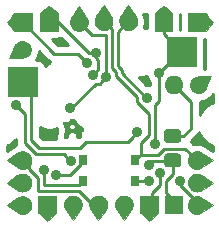
<source format=gbl>
G04 #@! TF.GenerationSoftware,KiCad,Pcbnew,5.1.5-52549c5~84~ubuntu18.04.1*
G04 #@! TF.CreationDate,2020-04-11T16:09:32-04:00*
G04 #@! TF.ProjectId,amoeba-royale,616d6f65-6261-42d7-926f-79616c652e6b,rev?*
G04 #@! TF.SameCoordinates,Original*
G04 #@! TF.FileFunction,Copper,L2,Bot*
G04 #@! TF.FilePolarity,Positive*
%FSLAX46Y46*%
G04 Gerber Fmt 4.6, Leading zero omitted, Abs format (unit mm)*
G04 Created by KiCad (PCBNEW 5.1.5-52549c5~84~ubuntu18.04.1) date 2020-04-11 16:09:32*
%MOMM*%
%LPD*%
G04 APERTURE LIST*
%ADD10C,0.150000*%
%ADD11C,0.002540*%
%ADD12R,2.550000X2.500000*%
%ADD13R,0.700000X0.850000*%
%ADD14R,1.500000X1.500000*%
%ADD15C,1.500000*%
%ADD16R,1.600000X1.600000*%
%ADD17O,1.600000X1.600000*%
%ADD18C,0.889000*%
%ADD19C,0.254000*%
G04 APERTURE END LIST*
D10*
G36*
X241122694Y-104584331D02*
G01*
X241164466Y-104558077D01*
X241207275Y-104534890D01*
X241250984Y-104514742D01*
X241295456Y-104497607D01*
X241340555Y-104483458D01*
X241386144Y-104472269D01*
X241432085Y-104464013D01*
X241478242Y-104458663D01*
X241524479Y-104456193D01*
X241570658Y-104456576D01*
X241616642Y-104459785D01*
X241662295Y-104465795D01*
X241707480Y-104474578D01*
X241752060Y-104486108D01*
X241795899Y-104500358D01*
X241838858Y-104517302D01*
X241880803Y-104536913D01*
X241921595Y-104559164D01*
X241961098Y-104584029D01*
X241999175Y-104611481D01*
X242035690Y-104641494D01*
X242070505Y-104674041D01*
X242103484Y-104709096D01*
X242134489Y-104746631D01*
X242163385Y-104786621D01*
X242189638Y-104828393D01*
X242212826Y-104871201D01*
X242232973Y-104914910D01*
X242250108Y-104959383D01*
X242264257Y-105004481D01*
X242275447Y-105050070D01*
X242283703Y-105096011D01*
X242289053Y-105142168D01*
X242291523Y-105188405D01*
X242291140Y-105234584D01*
X242287930Y-105280568D01*
X242281921Y-105326221D01*
X242273138Y-105371406D01*
X242261608Y-105415986D01*
X242247358Y-105459825D01*
X242230414Y-105502785D01*
X242210803Y-105544729D01*
X242188552Y-105585521D01*
X242163687Y-105625024D01*
X242136234Y-105663102D01*
X242106221Y-105699616D01*
X242073675Y-105734431D01*
X242038620Y-105767410D01*
X242001085Y-105798416D01*
X241961095Y-105827311D01*
X241917184Y-105854722D01*
X241872215Y-105878553D01*
X241826318Y-105898899D01*
X241779624Y-105915854D01*
X241732266Y-105929511D01*
X241684374Y-105939965D01*
X241636079Y-105947309D01*
X241587513Y-105951638D01*
X241528848Y-105959295D01*
X240430524Y-105955450D01*
X240840866Y-104939318D01*
X240854831Y-104909252D01*
X240867475Y-104884137D01*
X240889626Y-104840419D01*
X240914425Y-104798298D01*
X240941941Y-104757866D01*
X240972243Y-104719219D01*
X241005401Y-104682448D01*
X241041483Y-104647648D01*
X241080558Y-104614911D01*
X241122695Y-104584331D01*
X241122694Y-104584331D01*
G37*
G36*
X256907806Y-108839169D02*
G01*
X256866034Y-108865423D01*
X256823225Y-108888610D01*
X256779516Y-108908758D01*
X256735044Y-108925893D01*
X256689945Y-108940042D01*
X256644356Y-108951231D01*
X256598415Y-108959487D01*
X256552258Y-108964837D01*
X256506021Y-108967307D01*
X256459842Y-108966924D01*
X256413858Y-108963715D01*
X256368205Y-108957705D01*
X256323020Y-108948922D01*
X256278440Y-108937392D01*
X256234601Y-108923142D01*
X256191642Y-108906198D01*
X256149697Y-108886587D01*
X256108905Y-108864336D01*
X256069402Y-108839471D01*
X256031325Y-108812019D01*
X255994810Y-108782006D01*
X255959995Y-108749459D01*
X255927016Y-108714404D01*
X255896011Y-108676869D01*
X255867115Y-108636879D01*
X255840862Y-108595107D01*
X255817674Y-108552299D01*
X255797527Y-108508590D01*
X255780392Y-108464117D01*
X255766243Y-108419019D01*
X255755053Y-108373430D01*
X255746797Y-108327489D01*
X255741447Y-108281332D01*
X255738977Y-108235095D01*
X255739360Y-108188916D01*
X255742570Y-108142932D01*
X255748579Y-108097279D01*
X255757362Y-108052094D01*
X255768892Y-108007514D01*
X255783142Y-107963675D01*
X255800086Y-107920715D01*
X255819697Y-107878771D01*
X255841948Y-107837979D01*
X255866813Y-107798476D01*
X255894266Y-107760398D01*
X255924279Y-107723884D01*
X255956825Y-107689069D01*
X255991880Y-107656090D01*
X256029415Y-107625084D01*
X256069405Y-107596189D01*
X256113316Y-107568778D01*
X256158285Y-107544947D01*
X256204182Y-107524601D01*
X256250876Y-107507646D01*
X256298234Y-107493989D01*
X256346126Y-107483535D01*
X256394421Y-107476191D01*
X256442987Y-107471862D01*
X256501652Y-107464205D01*
X257599976Y-107468050D01*
X257189634Y-108484182D01*
X257175669Y-108514248D01*
X257163025Y-108539363D01*
X257140874Y-108583081D01*
X257116075Y-108625202D01*
X257088559Y-108665634D01*
X257058257Y-108704281D01*
X257025099Y-108741052D01*
X256989017Y-108775852D01*
X256949942Y-108808589D01*
X256907805Y-108839169D01*
X256907806Y-108839169D01*
G37*
D11*
G36*
X244399153Y-117564076D02*
G01*
X242899847Y-117564076D01*
X242899847Y-119063382D01*
X243270264Y-119372063D01*
X243649500Y-119671924D01*
X244019917Y-119372063D01*
X244399153Y-119063382D01*
X244399153Y-117564076D01*
G37*
X244399153Y-117564076D02*
X242899847Y-117564076D01*
X242899847Y-119063382D01*
X243270264Y-119372063D01*
X243649500Y-119671924D01*
X244019917Y-119372063D01*
X244399153Y-119063382D01*
X244399153Y-117564076D01*
G36*
X243026847Y-103606424D02*
G01*
X244526153Y-103606424D01*
X244526153Y-102107118D01*
X244155736Y-101798437D01*
X243776500Y-101498576D01*
X243406083Y-101798437D01*
X243026847Y-102107118D01*
X243026847Y-103606424D01*
G37*
X243026847Y-103606424D02*
X244526153Y-103606424D01*
X244526153Y-102107118D01*
X244155736Y-101798437D01*
X243776500Y-101498576D01*
X243406083Y-101798437D01*
X243026847Y-102107118D01*
X243026847Y-103606424D01*
D10*
G36*
X245819252Y-111037190D02*
G01*
X245802310Y-111471850D01*
X245704161Y-111471850D01*
X245697982Y-111480087D01*
X245698673Y-111569999D01*
X245664354Y-111569999D01*
X245659549Y-111583727D01*
X245619743Y-111584413D01*
X245614251Y-111587672D01*
X245610132Y-111593336D01*
X245553166Y-111723058D01*
X245566896Y-111728546D01*
X245566206Y-111750511D01*
X245562772Y-111749825D01*
X245562772Y-111791694D01*
X245584051Y-111873369D01*
X245649744Y-111873369D01*
X245649744Y-111882292D01*
X245708082Y-111882292D01*
X245708082Y-111961223D01*
X245721810Y-111974948D01*
X245736907Y-111961223D01*
X245736216Y-111932397D01*
X245756809Y-111960536D01*
X245830248Y-111960536D01*
X245845350Y-111933083D01*
X245844660Y-111882978D01*
X245881722Y-111882978D01*
X245881031Y-111961909D01*
X245896133Y-111975634D01*
X245911916Y-111961909D01*
X245911916Y-111882292D01*
X245935939Y-111882292D01*
X245935939Y-111871997D01*
X245959963Y-111873369D01*
X245983983Y-111791004D01*
X245983292Y-111751883D01*
X245979861Y-111751197D01*
X245980552Y-111728546D01*
X245986045Y-111728546D01*
X245992905Y-111723743D01*
X245933195Y-111589219D01*
X245929933Y-111585957D01*
X245925644Y-111584414D01*
X245887210Y-111584414D01*
X245880345Y-111569313D01*
X245847419Y-111569313D01*
X245847419Y-111479401D01*
X245802310Y-111471850D01*
X245819252Y-111037190D01*
X245839608Y-111037962D01*
X245859896Y-111040279D01*
X245880115Y-111044141D01*
X245900266Y-111049548D01*
X245920348Y-111056500D01*
X245940361Y-111064996D01*
X245960306Y-111075037D01*
X245980182Y-111086622D01*
X245999989Y-111099753D01*
X246017420Y-111113718D01*
X246034050Y-111130136D01*
X246049769Y-111148325D01*
X246064469Y-111167603D01*
X246078038Y-111187288D01*
X246090369Y-111206699D01*
X246101351Y-111225154D01*
X246110875Y-111241973D01*
X246118831Y-111256473D01*
X246125111Y-111267972D01*
X246141678Y-111297150D01*
X246158331Y-111324980D01*
X246175054Y-111351505D01*
X246191832Y-111376767D01*
X246208649Y-111400811D01*
X246225490Y-111423679D01*
X246242340Y-111445414D01*
X246259183Y-111466060D01*
X246276003Y-111485659D01*
X246292785Y-111504255D01*
X246309514Y-111521890D01*
X246326174Y-111538609D01*
X246342749Y-111554454D01*
X246359225Y-111569468D01*
X246375586Y-111583694D01*
X246391816Y-111597176D01*
X246407899Y-111609956D01*
X246423821Y-111622078D01*
X246439566Y-111633585D01*
X246455118Y-111644520D01*
X246470463Y-111654926D01*
X246485584Y-111664846D01*
X246500465Y-111674324D01*
X246515093Y-111683402D01*
X246529450Y-111692123D01*
X246543523Y-111700532D01*
X246557294Y-111708670D01*
X246570749Y-111716582D01*
X246583873Y-111724309D01*
X246596649Y-111731896D01*
X246609062Y-111739385D01*
X246621098Y-111746820D01*
X246632740Y-111754243D01*
X246643973Y-111761698D01*
X246654781Y-111769228D01*
X246665149Y-111776876D01*
X246675062Y-111784685D01*
X246684504Y-111792699D01*
X246693460Y-111800960D01*
X246701914Y-111809511D01*
X246709850Y-111818396D01*
X246717254Y-111827658D01*
X246724110Y-111837340D01*
X246730402Y-111847485D01*
X246736115Y-111858136D01*
X246741233Y-111869336D01*
X246745741Y-111881129D01*
X246749624Y-111893557D01*
X246752866Y-111906665D01*
X246755451Y-111920494D01*
X246757364Y-111935087D01*
X246758590Y-111950489D01*
X246759113Y-111966743D01*
X246758912Y-111985682D01*
X246757942Y-112003228D01*
X246756243Y-112019455D01*
X246753854Y-112034437D01*
X246750814Y-112048248D01*
X246747162Y-112060963D01*
X246742938Y-112072654D01*
X246738181Y-112083397D01*
X246732930Y-112093266D01*
X246727225Y-112102334D01*
X246721105Y-112110676D01*
X246714609Y-112118365D01*
X246707776Y-112125477D01*
X246700645Y-112132085D01*
X246693257Y-112138264D01*
X246685650Y-112144086D01*
X246677863Y-112149627D01*
X246669936Y-112154961D01*
X246661908Y-112160162D01*
X246653818Y-112165303D01*
X246645705Y-112170459D01*
X246637610Y-112175705D01*
X246629570Y-112181113D01*
X246621626Y-112186759D01*
X246613816Y-112192717D01*
X246606180Y-112199060D01*
X246598758Y-112205862D01*
X246591587Y-112213199D01*
X246584709Y-112221143D01*
X246578161Y-112229770D01*
X246571984Y-112239153D01*
X246566216Y-112249366D01*
X246560897Y-112260483D01*
X246556066Y-112272579D01*
X246551762Y-112285728D01*
X246548025Y-112300003D01*
X246544893Y-112315479D01*
X246542407Y-112332231D01*
X246540605Y-112350331D01*
X246539527Y-112369855D01*
X246539211Y-112390876D01*
X246539698Y-112413468D01*
X246541027Y-112437707D01*
X246543236Y-112463664D01*
X246546365Y-112491416D01*
X246549701Y-112519145D01*
X246552128Y-112543922D01*
X246553346Y-112566275D01*
X246553058Y-112586733D01*
X246550965Y-112605824D01*
X246546767Y-112624078D01*
X246540166Y-112642023D01*
X246530864Y-112660188D01*
X246518561Y-112679102D01*
X246504435Y-112697192D01*
X246489245Y-112713155D01*
X246472991Y-112726989D01*
X246455672Y-112738695D01*
X246437290Y-112748272D01*
X246417843Y-112755722D01*
X246397332Y-112761042D01*
X246375757Y-112764235D01*
X246353118Y-112765299D01*
X246322531Y-112765299D01*
X246300287Y-112764448D01*
X246278837Y-112761895D01*
X246258182Y-112757639D01*
X246238321Y-112751681D01*
X246219255Y-112744020D01*
X246200983Y-112734657D01*
X246183505Y-112723592D01*
X246165315Y-112709843D01*
X246149675Y-112694550D01*
X246136583Y-112677711D01*
X246126040Y-112659328D01*
X246118046Y-112639401D01*
X246112601Y-112617928D01*
X246112545Y-112615497D01*
X246112250Y-112608540D01*
X246111520Y-112597564D01*
X246110163Y-112583075D01*
X246107984Y-112565579D01*
X246104790Y-112545584D01*
X246100387Y-112523595D01*
X246094582Y-112500118D01*
X246087179Y-112475660D01*
X246077986Y-112450727D01*
X246066810Y-112425826D01*
X246053455Y-112401463D01*
X246037728Y-112378143D01*
X246019437Y-112356375D01*
X245998385Y-112336663D01*
X245981704Y-112324096D01*
X245963874Y-112312839D01*
X245945014Y-112302887D01*
X245925246Y-112294234D01*
X245904690Y-112286876D01*
X245883464Y-112280806D01*
X245861690Y-112276019D01*
X245839486Y-112272509D01*
X245816975Y-112270271D01*
X245794274Y-112269300D01*
X245771504Y-112269590D01*
X245748786Y-112271135D01*
X245726240Y-112273930D01*
X245703984Y-112277969D01*
X245682140Y-112283247D01*
X245660827Y-112289758D01*
X245640166Y-112297497D01*
X245620276Y-112306459D01*
X245601277Y-112316637D01*
X245583290Y-112328026D01*
X245566434Y-112340621D01*
X245545090Y-112360301D01*
X245526438Y-112382052D01*
X245510298Y-112405366D01*
X245496487Y-112429736D01*
X245484826Y-112454652D01*
X245475134Y-112479607D01*
X245467229Y-112504092D01*
X245460932Y-112527601D01*
X245456061Y-112549623D01*
X245452435Y-112569651D01*
X245449874Y-112587178D01*
X245448197Y-112601694D01*
X245447223Y-112612692D01*
X245446771Y-112619663D01*
X245446661Y-112622100D01*
X245441601Y-112641912D01*
X245433839Y-112660565D01*
X245423373Y-112678059D01*
X245410204Y-112694395D01*
X245394332Y-112709572D01*
X245375756Y-112723591D01*
X245356949Y-112736335D01*
X245337601Y-112746762D01*
X245317712Y-112754872D01*
X245297283Y-112760664D01*
X245276313Y-112764140D01*
X245254803Y-112765299D01*
X245224216Y-112765299D01*
X245201817Y-112764200D01*
X245180345Y-112760905D01*
X245159800Y-112755412D01*
X245140182Y-112747723D01*
X245121490Y-112737836D01*
X245103726Y-112725753D01*
X245086888Y-112711473D01*
X245070977Y-112694996D01*
X245055993Y-112676322D01*
X245043317Y-112658307D01*
X245032617Y-112641925D01*
X245024107Y-112626205D01*
X245018001Y-112610176D01*
X245014510Y-112592867D01*
X245013848Y-112573308D01*
X245016229Y-112550526D01*
X245021865Y-112523553D01*
X245030969Y-112491416D01*
X245042499Y-112453339D01*
X245053068Y-112416323D01*
X245062702Y-112380347D01*
X245071429Y-112345390D01*
X245079277Y-112311434D01*
X245086274Y-112278458D01*
X245092445Y-112246442D01*
X245097820Y-112215366D01*
X245102426Y-112185212D01*
X245106290Y-112155957D01*
X245109440Y-112127584D01*
X245111903Y-112100071D01*
X245113707Y-112073400D01*
X245114880Y-112047549D01*
X245115448Y-112022500D01*
X245115439Y-111998231D01*
X245114882Y-111974725D01*
X245113803Y-111951959D01*
X245112230Y-111929915D01*
X245110191Y-111908573D01*
X245107712Y-111887913D01*
X245104822Y-111867914D01*
X245101549Y-111848558D01*
X245097918Y-111829824D01*
X245093959Y-111811691D01*
X245089699Y-111794142D01*
X245085165Y-111777154D01*
X245080384Y-111760709D01*
X245075385Y-111744787D01*
X245070194Y-111729367D01*
X245064840Y-111714430D01*
X245059350Y-111699956D01*
X245053751Y-111685926D01*
X245048071Y-111672318D01*
X245042337Y-111659113D01*
X245036577Y-111646292D01*
X245030818Y-111633834D01*
X245025089Y-111621720D01*
X245019415Y-111609930D01*
X245013826Y-111598443D01*
X245008349Y-111587240D01*
X245003010Y-111576301D01*
X244997838Y-111565607D01*
X244992861Y-111555136D01*
X244988104Y-111544869D01*
X244983597Y-111534787D01*
X244979367Y-111524870D01*
X244975441Y-111515097D01*
X244971846Y-111505449D01*
X244968611Y-111495905D01*
X244965762Y-111486447D01*
X244963328Y-111477053D01*
X244961336Y-111467705D01*
X244959813Y-111458382D01*
X244958787Y-111449064D01*
X244958285Y-111439732D01*
X244958335Y-111430365D01*
X244958965Y-111420943D01*
X244960201Y-111411448D01*
X244962073Y-111401858D01*
X244964606Y-111392154D01*
X244967828Y-111382317D01*
X244975153Y-111364842D01*
X244983646Y-111349572D01*
X244993242Y-111336378D01*
X245003877Y-111325130D01*
X245015486Y-111315699D01*
X245028006Y-111307955D01*
X245041371Y-111301767D01*
X245055516Y-111297006D01*
X245070379Y-111293544D01*
X245085893Y-111291248D01*
X245101995Y-111289991D01*
X245118621Y-111289643D01*
X245135705Y-111290073D01*
X245153183Y-111291151D01*
X245170992Y-111292750D01*
X245189065Y-111294737D01*
X245207340Y-111296984D01*
X245225751Y-111299362D01*
X245244234Y-111301739D01*
X245262725Y-111303987D01*
X245281159Y-111305976D01*
X245299471Y-111307576D01*
X245317598Y-111308658D01*
X245335474Y-111309091D01*
X245353036Y-111308747D01*
X245370218Y-111307494D01*
X245386957Y-111305204D01*
X245403188Y-111301747D01*
X245418846Y-111296993D01*
X245433867Y-111290812D01*
X245448187Y-111283075D01*
X245461741Y-111273652D01*
X245474464Y-111262413D01*
X245483435Y-111251628D01*
X245493577Y-111236615D01*
X245504915Y-111218406D01*
X245517478Y-111198031D01*
X245531292Y-111176522D01*
X245546383Y-111154909D01*
X245562778Y-111134222D01*
X245580505Y-111115493D01*
X245599590Y-111099753D01*
X245619672Y-111086622D01*
X245639753Y-111075037D01*
X245659835Y-111064996D01*
X245679916Y-111056500D01*
X245699998Y-111049548D01*
X245720079Y-111044141D01*
X245740160Y-111040279D01*
X245760242Y-111037962D01*
X245780324Y-111037190D01*
X245819252Y-111037190D01*
G37*
D11*
G36*
X255549576Y-102120347D02*
G01*
X255549576Y-103619653D01*
X257048882Y-103619653D01*
X257357563Y-103249236D01*
X257657424Y-102870000D01*
X257357563Y-102499583D01*
X257048882Y-102120347D01*
X255549576Y-102120347D01*
G37*
X255549576Y-102120347D02*
X255549576Y-103619653D01*
X257048882Y-103619653D01*
X257357563Y-103249236D01*
X257657424Y-102870000D01*
X257357563Y-102499583D01*
X257048882Y-102120347D01*
X255549576Y-102120347D01*
G36*
X256308049Y-115709347D02*
G01*
X256256701Y-115711076D01*
X256206285Y-115716187D01*
X256156912Y-115724570D01*
X256108695Y-115736112D01*
X256061743Y-115750703D01*
X256016169Y-115768232D01*
X255972084Y-115788586D01*
X255929599Y-115811654D01*
X255888826Y-115837326D01*
X255849877Y-115865489D01*
X255812861Y-115896032D01*
X255777892Y-115928844D01*
X255745080Y-115963813D01*
X255714537Y-116000828D01*
X255686374Y-116039778D01*
X255660703Y-116080551D01*
X255637634Y-116123035D01*
X255617280Y-116167121D01*
X255599752Y-116212695D01*
X255585161Y-116259646D01*
X255573618Y-116307864D01*
X255565236Y-116357236D01*
X255560124Y-116407652D01*
X255558396Y-116459000D01*
X255560124Y-116510348D01*
X255565236Y-116560764D01*
X255573618Y-116610136D01*
X255585161Y-116658354D01*
X255599752Y-116705306D01*
X255617280Y-116750880D01*
X255637634Y-116794965D01*
X255660703Y-116837449D01*
X255686374Y-116878222D01*
X255714537Y-116917172D01*
X255745080Y-116954187D01*
X255777892Y-116989156D01*
X255812861Y-117021968D01*
X255849877Y-117052511D01*
X255888826Y-117080674D01*
X255929599Y-117106346D01*
X255972084Y-117129414D01*
X256016169Y-117149768D01*
X256061743Y-117167297D01*
X256108695Y-117181888D01*
X256156912Y-117193430D01*
X256206285Y-117201813D01*
X256256701Y-117206924D01*
X256308049Y-117208653D01*
X256359780Y-117206823D01*
X256410388Y-117201433D01*
X256459816Y-117192635D01*
X256508007Y-117180580D01*
X256554906Y-117165420D01*
X256600456Y-117147306D01*
X256644601Y-117126388D01*
X256687285Y-117102819D01*
X256740201Y-117076361D01*
X257648604Y-116459000D01*
X256740201Y-115846049D01*
X256711811Y-115828931D01*
X256687285Y-115815181D01*
X256644474Y-115791323D01*
X256600361Y-115770270D01*
X256554940Y-115752138D01*
X256508207Y-115737043D01*
X256460156Y-115725100D01*
X256410783Y-115716426D01*
X256360082Y-115711136D01*
X256308049Y-115709347D01*
G37*
X256308049Y-115709347D02*
X256256701Y-115711076D01*
X256206285Y-115716187D01*
X256156912Y-115724570D01*
X256108695Y-115736112D01*
X256061743Y-115750703D01*
X256016169Y-115768232D01*
X255972084Y-115788586D01*
X255929599Y-115811654D01*
X255888826Y-115837326D01*
X255849877Y-115865489D01*
X255812861Y-115896032D01*
X255777892Y-115928844D01*
X255745080Y-115963813D01*
X255714537Y-116000828D01*
X255686374Y-116039778D01*
X255660703Y-116080551D01*
X255637634Y-116123035D01*
X255617280Y-116167121D01*
X255599752Y-116212695D01*
X255585161Y-116259646D01*
X255573618Y-116307864D01*
X255565236Y-116357236D01*
X255560124Y-116407652D01*
X255558396Y-116459000D01*
X255560124Y-116510348D01*
X255565236Y-116560764D01*
X255573618Y-116610136D01*
X255585161Y-116658354D01*
X255599752Y-116705306D01*
X255617280Y-116750880D01*
X255637634Y-116794965D01*
X255660703Y-116837449D01*
X255686374Y-116878222D01*
X255714537Y-116917172D01*
X255745080Y-116954187D01*
X255777892Y-116989156D01*
X255812861Y-117021968D01*
X255849877Y-117052511D01*
X255888826Y-117080674D01*
X255929599Y-117106346D01*
X255972084Y-117129414D01*
X256016169Y-117149768D01*
X256061743Y-117167297D01*
X256108695Y-117181888D01*
X256156912Y-117193430D01*
X256206285Y-117201813D01*
X256256701Y-117206924D01*
X256308049Y-117208653D01*
X256359780Y-117206823D01*
X256410388Y-117201433D01*
X256459816Y-117192635D01*
X256508007Y-117180580D01*
X256554906Y-117165420D01*
X256600456Y-117147306D01*
X256644601Y-117126388D01*
X256687285Y-117102819D01*
X256740201Y-117076361D01*
X257648604Y-116459000D01*
X256740201Y-115846049D01*
X256711811Y-115828931D01*
X256687285Y-115815181D01*
X256644474Y-115791323D01*
X256600361Y-115770270D01*
X256554940Y-115752138D01*
X256508207Y-115737043D01*
X256460156Y-115725100D01*
X256410783Y-115716426D01*
X256360082Y-115711136D01*
X256308049Y-115709347D01*
G36*
X256308049Y-117614347D02*
G01*
X256256701Y-117616076D01*
X256206285Y-117621187D01*
X256156912Y-117629570D01*
X256108695Y-117641112D01*
X256061743Y-117655703D01*
X256016169Y-117673232D01*
X255972084Y-117693586D01*
X255929599Y-117716654D01*
X255888826Y-117742326D01*
X255849877Y-117770489D01*
X255812861Y-117801032D01*
X255777892Y-117833844D01*
X255745080Y-117868813D01*
X255714537Y-117905828D01*
X255686374Y-117944778D01*
X255660703Y-117985551D01*
X255637634Y-118028035D01*
X255617280Y-118072121D01*
X255599752Y-118117695D01*
X255585161Y-118164646D01*
X255573618Y-118212864D01*
X255565236Y-118262236D01*
X255560124Y-118312652D01*
X255558396Y-118364000D01*
X255560124Y-118415348D01*
X255565236Y-118465764D01*
X255573618Y-118515136D01*
X255585161Y-118563354D01*
X255599752Y-118610306D01*
X255617280Y-118655880D01*
X255637634Y-118699965D01*
X255660703Y-118742449D01*
X255686374Y-118783222D01*
X255714537Y-118822172D01*
X255745080Y-118859187D01*
X255777892Y-118894156D01*
X255812861Y-118926968D01*
X255849877Y-118957511D01*
X255888826Y-118985674D01*
X255929599Y-119011346D01*
X255972084Y-119034414D01*
X256016169Y-119054768D01*
X256061743Y-119072297D01*
X256108695Y-119086888D01*
X256156912Y-119098430D01*
X256206285Y-119106813D01*
X256256701Y-119111924D01*
X256308049Y-119113653D01*
X256359780Y-119111823D01*
X256410388Y-119106433D01*
X256459816Y-119097635D01*
X256508007Y-119085580D01*
X256554906Y-119070420D01*
X256600456Y-119052306D01*
X256644601Y-119031388D01*
X256687285Y-119007819D01*
X256740201Y-118981361D01*
X257648604Y-118364000D01*
X256740201Y-117751049D01*
X256711811Y-117733931D01*
X256687285Y-117720181D01*
X256644474Y-117696323D01*
X256600361Y-117675270D01*
X256554940Y-117657138D01*
X256508207Y-117642043D01*
X256460156Y-117630100D01*
X256410783Y-117621426D01*
X256360082Y-117616136D01*
X256308049Y-117614347D01*
G37*
X256308049Y-117614347D02*
X256256701Y-117616076D01*
X256206285Y-117621187D01*
X256156912Y-117629570D01*
X256108695Y-117641112D01*
X256061743Y-117655703D01*
X256016169Y-117673232D01*
X255972084Y-117693586D01*
X255929599Y-117716654D01*
X255888826Y-117742326D01*
X255849877Y-117770489D01*
X255812861Y-117801032D01*
X255777892Y-117833844D01*
X255745080Y-117868813D01*
X255714537Y-117905828D01*
X255686374Y-117944778D01*
X255660703Y-117985551D01*
X255637634Y-118028035D01*
X255617280Y-118072121D01*
X255599752Y-118117695D01*
X255585161Y-118164646D01*
X255573618Y-118212864D01*
X255565236Y-118262236D01*
X255560124Y-118312652D01*
X255558396Y-118364000D01*
X255560124Y-118415348D01*
X255565236Y-118465764D01*
X255573618Y-118515136D01*
X255585161Y-118563354D01*
X255599752Y-118610306D01*
X255617280Y-118655880D01*
X255637634Y-118699965D01*
X255660703Y-118742449D01*
X255686374Y-118783222D01*
X255714537Y-118822172D01*
X255745080Y-118859187D01*
X255777892Y-118894156D01*
X255812861Y-118926968D01*
X255849877Y-118957511D01*
X255888826Y-118985674D01*
X255929599Y-119011346D01*
X255972084Y-119034414D01*
X256016169Y-119054768D01*
X256061743Y-119072297D01*
X256108695Y-119086888D01*
X256156912Y-119098430D01*
X256206285Y-119106813D01*
X256256701Y-119111924D01*
X256308049Y-119113653D01*
X256359780Y-119111823D01*
X256410388Y-119106433D01*
X256459816Y-119097635D01*
X256508007Y-119085580D01*
X256554906Y-119070420D01*
X256600456Y-119052306D01*
X256644601Y-119031388D01*
X256687285Y-119007819D01*
X256740201Y-118981361D01*
X257648604Y-118364000D01*
X256740201Y-117751049D01*
X256711811Y-117733931D01*
X256687285Y-117720181D01*
X256644474Y-117696323D01*
X256600361Y-117675270D01*
X256554940Y-117657138D01*
X256508207Y-117642043D01*
X256460156Y-117630100D01*
X256410783Y-117621426D01*
X256360082Y-117616136D01*
X256308049Y-117614347D01*
G36*
X241531951Y-117208653D02*
G01*
X241583299Y-117206924D01*
X241633715Y-117201813D01*
X241683088Y-117193430D01*
X241731305Y-117181888D01*
X241778257Y-117167297D01*
X241823831Y-117149768D01*
X241867916Y-117129414D01*
X241910401Y-117106346D01*
X241951174Y-117080674D01*
X241990123Y-117052511D01*
X242027139Y-117021968D01*
X242062108Y-116989156D01*
X242094920Y-116954187D01*
X242125463Y-116917172D01*
X242153626Y-116878222D01*
X242179297Y-116837449D01*
X242202366Y-116794965D01*
X242222720Y-116750879D01*
X242240248Y-116705305D01*
X242254839Y-116658354D01*
X242266382Y-116610136D01*
X242274764Y-116560764D01*
X242279876Y-116510348D01*
X242281604Y-116459000D01*
X242279876Y-116407652D01*
X242274764Y-116357236D01*
X242266382Y-116307864D01*
X242254839Y-116259646D01*
X242240248Y-116212694D01*
X242222720Y-116167120D01*
X242202366Y-116123035D01*
X242179297Y-116080551D01*
X242153626Y-116039778D01*
X242125463Y-116000828D01*
X242094920Y-115963813D01*
X242062108Y-115928844D01*
X242027139Y-115896032D01*
X241990123Y-115865489D01*
X241951174Y-115837326D01*
X241910401Y-115811654D01*
X241867916Y-115788586D01*
X241823831Y-115768232D01*
X241778257Y-115750703D01*
X241731305Y-115736112D01*
X241683088Y-115724570D01*
X241633715Y-115716187D01*
X241583299Y-115711076D01*
X241531951Y-115709347D01*
X241480220Y-115711177D01*
X241429612Y-115716567D01*
X241380184Y-115725365D01*
X241331993Y-115737420D01*
X241285094Y-115752580D01*
X241239544Y-115770694D01*
X241195399Y-115791612D01*
X241152715Y-115815181D01*
X241099799Y-115841639D01*
X240191396Y-116459000D01*
X241099799Y-117071951D01*
X241128189Y-117089069D01*
X241152715Y-117102819D01*
X241195526Y-117126677D01*
X241239639Y-117147730D01*
X241285060Y-117165862D01*
X241331793Y-117180957D01*
X241379844Y-117192900D01*
X241429217Y-117201574D01*
X241479918Y-117206864D01*
X241531951Y-117208653D01*
G37*
X241531951Y-117208653D02*
X241583299Y-117206924D01*
X241633715Y-117201813D01*
X241683088Y-117193430D01*
X241731305Y-117181888D01*
X241778257Y-117167297D01*
X241823831Y-117149768D01*
X241867916Y-117129414D01*
X241910401Y-117106346D01*
X241951174Y-117080674D01*
X241990123Y-117052511D01*
X242027139Y-117021968D01*
X242062108Y-116989156D01*
X242094920Y-116954187D01*
X242125463Y-116917172D01*
X242153626Y-116878222D01*
X242179297Y-116837449D01*
X242202366Y-116794965D01*
X242222720Y-116750879D01*
X242240248Y-116705305D01*
X242254839Y-116658354D01*
X242266382Y-116610136D01*
X242274764Y-116560764D01*
X242279876Y-116510348D01*
X242281604Y-116459000D01*
X242279876Y-116407652D01*
X242274764Y-116357236D01*
X242266382Y-116307864D01*
X242254839Y-116259646D01*
X242240248Y-116212694D01*
X242222720Y-116167120D01*
X242202366Y-116123035D01*
X242179297Y-116080551D01*
X242153626Y-116039778D01*
X242125463Y-116000828D01*
X242094920Y-115963813D01*
X242062108Y-115928844D01*
X242027139Y-115896032D01*
X241990123Y-115865489D01*
X241951174Y-115837326D01*
X241910401Y-115811654D01*
X241867916Y-115788586D01*
X241823831Y-115768232D01*
X241778257Y-115750703D01*
X241731305Y-115736112D01*
X241683088Y-115724570D01*
X241633715Y-115716187D01*
X241583299Y-115711076D01*
X241531951Y-115709347D01*
X241480220Y-115711177D01*
X241429612Y-115716567D01*
X241380184Y-115725365D01*
X241331993Y-115737420D01*
X241285094Y-115752580D01*
X241239544Y-115770694D01*
X241195399Y-115791612D01*
X241152715Y-115815181D01*
X241099799Y-115841639D01*
X240191396Y-116459000D01*
X241099799Y-117071951D01*
X241128189Y-117089069D01*
X241152715Y-117102819D01*
X241195526Y-117126677D01*
X241239639Y-117147730D01*
X241285060Y-117165862D01*
X241331793Y-117180957D01*
X241379844Y-117192900D01*
X241429217Y-117201574D01*
X241479918Y-117206864D01*
X241531951Y-117208653D01*
G36*
X241531951Y-115303653D02*
G01*
X241583299Y-115301924D01*
X241633715Y-115296813D01*
X241683088Y-115288430D01*
X241731305Y-115276888D01*
X241778257Y-115262297D01*
X241823831Y-115244768D01*
X241867916Y-115224414D01*
X241910401Y-115201346D01*
X241951174Y-115175674D01*
X241990123Y-115147511D01*
X242027139Y-115116968D01*
X242062108Y-115084156D01*
X242094920Y-115049187D01*
X242125463Y-115012172D01*
X242153626Y-114973222D01*
X242179297Y-114932449D01*
X242202366Y-114889965D01*
X242222720Y-114845879D01*
X242240248Y-114800305D01*
X242254839Y-114753354D01*
X242266382Y-114705136D01*
X242274764Y-114655764D01*
X242279876Y-114605348D01*
X242281604Y-114554000D01*
X242279876Y-114502652D01*
X242274764Y-114452236D01*
X242266382Y-114402864D01*
X242254839Y-114354646D01*
X242240248Y-114307694D01*
X242222720Y-114262120D01*
X242202366Y-114218035D01*
X242179297Y-114175551D01*
X242153626Y-114134778D01*
X242125463Y-114095828D01*
X242094920Y-114058813D01*
X242062108Y-114023844D01*
X242027139Y-113991032D01*
X241990123Y-113960489D01*
X241951174Y-113932326D01*
X241910401Y-113906654D01*
X241867916Y-113883586D01*
X241823831Y-113863232D01*
X241778257Y-113845703D01*
X241731305Y-113831112D01*
X241683088Y-113819570D01*
X241633715Y-113811187D01*
X241583299Y-113806076D01*
X241531951Y-113804347D01*
X241480220Y-113806177D01*
X241429612Y-113811567D01*
X241380184Y-113820365D01*
X241331993Y-113832420D01*
X241285094Y-113847580D01*
X241239544Y-113865694D01*
X241195399Y-113886612D01*
X241152715Y-113910181D01*
X241099799Y-113936639D01*
X240191396Y-114554000D01*
X241099799Y-115166951D01*
X241128189Y-115184069D01*
X241152715Y-115197819D01*
X241195526Y-115221677D01*
X241239639Y-115242730D01*
X241285060Y-115260862D01*
X241331793Y-115275957D01*
X241379844Y-115287900D01*
X241429217Y-115296574D01*
X241479918Y-115301864D01*
X241531951Y-115303653D01*
G37*
X241531951Y-115303653D02*
X241583299Y-115301924D01*
X241633715Y-115296813D01*
X241683088Y-115288430D01*
X241731305Y-115276888D01*
X241778257Y-115262297D01*
X241823831Y-115244768D01*
X241867916Y-115224414D01*
X241910401Y-115201346D01*
X241951174Y-115175674D01*
X241990123Y-115147511D01*
X242027139Y-115116968D01*
X242062108Y-115084156D01*
X242094920Y-115049187D01*
X242125463Y-115012172D01*
X242153626Y-114973222D01*
X242179297Y-114932449D01*
X242202366Y-114889965D01*
X242222720Y-114845879D01*
X242240248Y-114800305D01*
X242254839Y-114753354D01*
X242266382Y-114705136D01*
X242274764Y-114655764D01*
X242279876Y-114605348D01*
X242281604Y-114554000D01*
X242279876Y-114502652D01*
X242274764Y-114452236D01*
X242266382Y-114402864D01*
X242254839Y-114354646D01*
X242240248Y-114307694D01*
X242222720Y-114262120D01*
X242202366Y-114218035D01*
X242179297Y-114175551D01*
X242153626Y-114134778D01*
X242125463Y-114095828D01*
X242094920Y-114058813D01*
X242062108Y-114023844D01*
X242027139Y-113991032D01*
X241990123Y-113960489D01*
X241951174Y-113932326D01*
X241910401Y-113906654D01*
X241867916Y-113883586D01*
X241823831Y-113863232D01*
X241778257Y-113845703D01*
X241731305Y-113831112D01*
X241683088Y-113819570D01*
X241633715Y-113811187D01*
X241583299Y-113806076D01*
X241531951Y-113804347D01*
X241480220Y-113806177D01*
X241429612Y-113811567D01*
X241380184Y-113820365D01*
X241331993Y-113832420D01*
X241285094Y-113847580D01*
X241239544Y-113865694D01*
X241195399Y-113886612D01*
X241152715Y-113910181D01*
X241099799Y-113936639D01*
X240191396Y-114554000D01*
X241099799Y-115166951D01*
X241128189Y-115184069D01*
X241152715Y-115197819D01*
X241195526Y-115221677D01*
X241239639Y-115242730D01*
X241285060Y-115260862D01*
X241331793Y-115275957D01*
X241379844Y-115287900D01*
X241429217Y-115296574D01*
X241479918Y-115301864D01*
X241531951Y-115303653D01*
G36*
X249757847Y-102784451D02*
G01*
X249759576Y-102835799D01*
X249764687Y-102886215D01*
X249773070Y-102935588D01*
X249784612Y-102983805D01*
X249799203Y-103030757D01*
X249816732Y-103076331D01*
X249837086Y-103120416D01*
X249860154Y-103162901D01*
X249885826Y-103203674D01*
X249913989Y-103242623D01*
X249944532Y-103279639D01*
X249977344Y-103314608D01*
X250012313Y-103347420D01*
X250049328Y-103377963D01*
X250088278Y-103406126D01*
X250129051Y-103431797D01*
X250171535Y-103454866D01*
X250215621Y-103475220D01*
X250261195Y-103492748D01*
X250308146Y-103507339D01*
X250356364Y-103518882D01*
X250405736Y-103527264D01*
X250456152Y-103532376D01*
X250507500Y-103534104D01*
X250558848Y-103532376D01*
X250609264Y-103527264D01*
X250658636Y-103518882D01*
X250706854Y-103507339D01*
X250753806Y-103492748D01*
X250799380Y-103475220D01*
X250843465Y-103454866D01*
X250885949Y-103431797D01*
X250926722Y-103406126D01*
X250965672Y-103377963D01*
X251002687Y-103347420D01*
X251037656Y-103314608D01*
X251070468Y-103279639D01*
X251101011Y-103242623D01*
X251129174Y-103203674D01*
X251154846Y-103162901D01*
X251177914Y-103120416D01*
X251198268Y-103076331D01*
X251215797Y-103030757D01*
X251230388Y-102983805D01*
X251241930Y-102935588D01*
X251250313Y-102886215D01*
X251255424Y-102835799D01*
X251257153Y-102784451D01*
X251255323Y-102732720D01*
X251249933Y-102682112D01*
X251241135Y-102632684D01*
X251229080Y-102584493D01*
X251213920Y-102537594D01*
X251195806Y-102492044D01*
X251174888Y-102447899D01*
X251151319Y-102405215D01*
X251124861Y-102352299D01*
X250507500Y-101443896D01*
X249894549Y-102352299D01*
X249877431Y-102380689D01*
X249863681Y-102405215D01*
X249839823Y-102448026D01*
X249818770Y-102492139D01*
X249800638Y-102537560D01*
X249785543Y-102584293D01*
X249773600Y-102632344D01*
X249764926Y-102681717D01*
X249759636Y-102732418D01*
X249757847Y-102784451D01*
G37*
X249757847Y-102784451D02*
X249759576Y-102835799D01*
X249764687Y-102886215D01*
X249773070Y-102935588D01*
X249784612Y-102983805D01*
X249799203Y-103030757D01*
X249816732Y-103076331D01*
X249837086Y-103120416D01*
X249860154Y-103162901D01*
X249885826Y-103203674D01*
X249913989Y-103242623D01*
X249944532Y-103279639D01*
X249977344Y-103314608D01*
X250012313Y-103347420D01*
X250049328Y-103377963D01*
X250088278Y-103406126D01*
X250129051Y-103431797D01*
X250171535Y-103454866D01*
X250215621Y-103475220D01*
X250261195Y-103492748D01*
X250308146Y-103507339D01*
X250356364Y-103518882D01*
X250405736Y-103527264D01*
X250456152Y-103532376D01*
X250507500Y-103534104D01*
X250558848Y-103532376D01*
X250609264Y-103527264D01*
X250658636Y-103518882D01*
X250706854Y-103507339D01*
X250753806Y-103492748D01*
X250799380Y-103475220D01*
X250843465Y-103454866D01*
X250885949Y-103431797D01*
X250926722Y-103406126D01*
X250965672Y-103377963D01*
X251002687Y-103347420D01*
X251037656Y-103314608D01*
X251070468Y-103279639D01*
X251101011Y-103242623D01*
X251129174Y-103203674D01*
X251154846Y-103162901D01*
X251177914Y-103120416D01*
X251198268Y-103076331D01*
X251215797Y-103030757D01*
X251230388Y-102983805D01*
X251241930Y-102935588D01*
X251250313Y-102886215D01*
X251255424Y-102835799D01*
X251257153Y-102784451D01*
X251255323Y-102732720D01*
X251249933Y-102682112D01*
X251241135Y-102632684D01*
X251229080Y-102584493D01*
X251213920Y-102537594D01*
X251195806Y-102492044D01*
X251174888Y-102447899D01*
X251151319Y-102405215D01*
X251124861Y-102352299D01*
X250507500Y-101443896D01*
X249894549Y-102352299D01*
X249877431Y-102380689D01*
X249863681Y-102405215D01*
X249839823Y-102448026D01*
X249818770Y-102492139D01*
X249800638Y-102537560D01*
X249785543Y-102584293D01*
X249773600Y-102632344D01*
X249764926Y-102681717D01*
X249759636Y-102732418D01*
X249757847Y-102784451D01*
G36*
X248717153Y-118322549D02*
G01*
X248715424Y-118271201D01*
X248710313Y-118220785D01*
X248701930Y-118171412D01*
X248690388Y-118123195D01*
X248675797Y-118076243D01*
X248658268Y-118030669D01*
X248637914Y-117986584D01*
X248614846Y-117944099D01*
X248589174Y-117903326D01*
X248561011Y-117864377D01*
X248530468Y-117827361D01*
X248497656Y-117792392D01*
X248462687Y-117759580D01*
X248425672Y-117729037D01*
X248386722Y-117700874D01*
X248345949Y-117675203D01*
X248303465Y-117652134D01*
X248259379Y-117631780D01*
X248213805Y-117614252D01*
X248166854Y-117599661D01*
X248118636Y-117588118D01*
X248069264Y-117579736D01*
X248018848Y-117574624D01*
X247967500Y-117572896D01*
X247916152Y-117574624D01*
X247865736Y-117579736D01*
X247816364Y-117588118D01*
X247768146Y-117599661D01*
X247721194Y-117614252D01*
X247675620Y-117631780D01*
X247631535Y-117652134D01*
X247589051Y-117675203D01*
X247548278Y-117700874D01*
X247509328Y-117729037D01*
X247472313Y-117759580D01*
X247437344Y-117792392D01*
X247404532Y-117827361D01*
X247373989Y-117864377D01*
X247345826Y-117903326D01*
X247320154Y-117944099D01*
X247297086Y-117986584D01*
X247276732Y-118030669D01*
X247259203Y-118076243D01*
X247244612Y-118123195D01*
X247233070Y-118171412D01*
X247224687Y-118220785D01*
X247219576Y-118271201D01*
X247217847Y-118322549D01*
X247219677Y-118374280D01*
X247225067Y-118424888D01*
X247233865Y-118474316D01*
X247245920Y-118522507D01*
X247261080Y-118569406D01*
X247279194Y-118614956D01*
X247300112Y-118659101D01*
X247323681Y-118701785D01*
X247350139Y-118754701D01*
X247967500Y-119663104D01*
X248580451Y-118754701D01*
X248597569Y-118726311D01*
X248611319Y-118701785D01*
X248635177Y-118658974D01*
X248656230Y-118614861D01*
X248674362Y-118569440D01*
X248689457Y-118522707D01*
X248701400Y-118474656D01*
X248710074Y-118425283D01*
X248715364Y-118374582D01*
X248717153Y-118322549D01*
G37*
X248717153Y-118322549D02*
X248715424Y-118271201D01*
X248710313Y-118220785D01*
X248701930Y-118171412D01*
X248690388Y-118123195D01*
X248675797Y-118076243D01*
X248658268Y-118030669D01*
X248637914Y-117986584D01*
X248614846Y-117944099D01*
X248589174Y-117903326D01*
X248561011Y-117864377D01*
X248530468Y-117827361D01*
X248497656Y-117792392D01*
X248462687Y-117759580D01*
X248425672Y-117729037D01*
X248386722Y-117700874D01*
X248345949Y-117675203D01*
X248303465Y-117652134D01*
X248259379Y-117631780D01*
X248213805Y-117614252D01*
X248166854Y-117599661D01*
X248118636Y-117588118D01*
X248069264Y-117579736D01*
X248018848Y-117574624D01*
X247967500Y-117572896D01*
X247916152Y-117574624D01*
X247865736Y-117579736D01*
X247816364Y-117588118D01*
X247768146Y-117599661D01*
X247721194Y-117614252D01*
X247675620Y-117631780D01*
X247631535Y-117652134D01*
X247589051Y-117675203D01*
X247548278Y-117700874D01*
X247509328Y-117729037D01*
X247472313Y-117759580D01*
X247437344Y-117792392D01*
X247404532Y-117827361D01*
X247373989Y-117864377D01*
X247345826Y-117903326D01*
X247320154Y-117944099D01*
X247297086Y-117986584D01*
X247276732Y-118030669D01*
X247259203Y-118076243D01*
X247244612Y-118123195D01*
X247233070Y-118171412D01*
X247224687Y-118220785D01*
X247219576Y-118271201D01*
X247217847Y-118322549D01*
X247219677Y-118374280D01*
X247225067Y-118424888D01*
X247233865Y-118474316D01*
X247245920Y-118522507D01*
X247261080Y-118569406D01*
X247279194Y-118614956D01*
X247300112Y-118659101D01*
X247323681Y-118701785D01*
X247350139Y-118754701D01*
X247967500Y-119663104D01*
X248580451Y-118754701D01*
X248597569Y-118726311D01*
X248611319Y-118701785D01*
X248635177Y-118658974D01*
X248656230Y-118614861D01*
X248674362Y-118569440D01*
X248689457Y-118522707D01*
X248701400Y-118474656D01*
X248710074Y-118425283D01*
X248715364Y-118374582D01*
X248717153Y-118322549D01*
G36*
X246558153Y-118322549D02*
G01*
X246556424Y-118271201D01*
X246551313Y-118220785D01*
X246542930Y-118171412D01*
X246531388Y-118123195D01*
X246516797Y-118076243D01*
X246499268Y-118030669D01*
X246478914Y-117986584D01*
X246455846Y-117944099D01*
X246430174Y-117903326D01*
X246402011Y-117864377D01*
X246371468Y-117827361D01*
X246338656Y-117792392D01*
X246303687Y-117759580D01*
X246266672Y-117729037D01*
X246227722Y-117700874D01*
X246186949Y-117675203D01*
X246144465Y-117652134D01*
X246100379Y-117631780D01*
X246054805Y-117614252D01*
X246007854Y-117599661D01*
X245959636Y-117588118D01*
X245910264Y-117579736D01*
X245859848Y-117574624D01*
X245808500Y-117572896D01*
X245757152Y-117574624D01*
X245706736Y-117579736D01*
X245657364Y-117588118D01*
X245609146Y-117599661D01*
X245562194Y-117614252D01*
X245516620Y-117631780D01*
X245472535Y-117652134D01*
X245430051Y-117675203D01*
X245389278Y-117700874D01*
X245350328Y-117729037D01*
X245313313Y-117759580D01*
X245278344Y-117792392D01*
X245245532Y-117827361D01*
X245214989Y-117864377D01*
X245186826Y-117903326D01*
X245161154Y-117944099D01*
X245138086Y-117986584D01*
X245117732Y-118030669D01*
X245100203Y-118076243D01*
X245085612Y-118123195D01*
X245074070Y-118171412D01*
X245065687Y-118220785D01*
X245060576Y-118271201D01*
X245058847Y-118322549D01*
X245060677Y-118374280D01*
X245066067Y-118424888D01*
X245074865Y-118474316D01*
X245086920Y-118522507D01*
X245102080Y-118569406D01*
X245120194Y-118614956D01*
X245141112Y-118659101D01*
X245164681Y-118701785D01*
X245191139Y-118754701D01*
X245808500Y-119663104D01*
X246421451Y-118754701D01*
X246438569Y-118726311D01*
X246452319Y-118701785D01*
X246476177Y-118658974D01*
X246497230Y-118614861D01*
X246515362Y-118569440D01*
X246530457Y-118522707D01*
X246542400Y-118474656D01*
X246551074Y-118425283D01*
X246556364Y-118374582D01*
X246558153Y-118322549D01*
G37*
X246558153Y-118322549D02*
X246556424Y-118271201D01*
X246551313Y-118220785D01*
X246542930Y-118171412D01*
X246531388Y-118123195D01*
X246516797Y-118076243D01*
X246499268Y-118030669D01*
X246478914Y-117986584D01*
X246455846Y-117944099D01*
X246430174Y-117903326D01*
X246402011Y-117864377D01*
X246371468Y-117827361D01*
X246338656Y-117792392D01*
X246303687Y-117759580D01*
X246266672Y-117729037D01*
X246227722Y-117700874D01*
X246186949Y-117675203D01*
X246144465Y-117652134D01*
X246100379Y-117631780D01*
X246054805Y-117614252D01*
X246007854Y-117599661D01*
X245959636Y-117588118D01*
X245910264Y-117579736D01*
X245859848Y-117574624D01*
X245808500Y-117572896D01*
X245757152Y-117574624D01*
X245706736Y-117579736D01*
X245657364Y-117588118D01*
X245609146Y-117599661D01*
X245562194Y-117614252D01*
X245516620Y-117631780D01*
X245472535Y-117652134D01*
X245430051Y-117675203D01*
X245389278Y-117700874D01*
X245350328Y-117729037D01*
X245313313Y-117759580D01*
X245278344Y-117792392D01*
X245245532Y-117827361D01*
X245214989Y-117864377D01*
X245186826Y-117903326D01*
X245161154Y-117944099D01*
X245138086Y-117986584D01*
X245117732Y-118030669D01*
X245100203Y-118076243D01*
X245085612Y-118123195D01*
X245074070Y-118171412D01*
X245065687Y-118220785D01*
X245060576Y-118271201D01*
X245058847Y-118322549D01*
X245060677Y-118374280D01*
X245066067Y-118424888D01*
X245074865Y-118474316D01*
X245086920Y-118522507D01*
X245102080Y-118569406D01*
X245120194Y-118614956D01*
X245141112Y-118659101D01*
X245164681Y-118701785D01*
X245191139Y-118754701D01*
X245808500Y-119663104D01*
X246421451Y-118754701D01*
X246438569Y-118726311D01*
X246452319Y-118701785D01*
X246476177Y-118658974D01*
X246497230Y-118614861D01*
X246515362Y-118569440D01*
X246530457Y-118522707D01*
X246542400Y-118474656D01*
X246551074Y-118425283D01*
X246556364Y-118374582D01*
X246558153Y-118322549D01*
G36*
X250876153Y-118322549D02*
G01*
X250874424Y-118271201D01*
X250869313Y-118220785D01*
X250860930Y-118171412D01*
X250849388Y-118123195D01*
X250834797Y-118076243D01*
X250817268Y-118030669D01*
X250796914Y-117986584D01*
X250773846Y-117944099D01*
X250748174Y-117903326D01*
X250720011Y-117864377D01*
X250689468Y-117827361D01*
X250656656Y-117792392D01*
X250621687Y-117759580D01*
X250584672Y-117729037D01*
X250545722Y-117700874D01*
X250504949Y-117675203D01*
X250462465Y-117652134D01*
X250418379Y-117631780D01*
X250372805Y-117614252D01*
X250325854Y-117599661D01*
X250277636Y-117588118D01*
X250228264Y-117579736D01*
X250177848Y-117574624D01*
X250126500Y-117572896D01*
X250075152Y-117574624D01*
X250024736Y-117579736D01*
X249975364Y-117588118D01*
X249927146Y-117599661D01*
X249880194Y-117614252D01*
X249834620Y-117631780D01*
X249790535Y-117652134D01*
X249748051Y-117675203D01*
X249707278Y-117700874D01*
X249668328Y-117729037D01*
X249631313Y-117759580D01*
X249596344Y-117792392D01*
X249563532Y-117827361D01*
X249532989Y-117864377D01*
X249504826Y-117903326D01*
X249479154Y-117944099D01*
X249456086Y-117986584D01*
X249435732Y-118030669D01*
X249418203Y-118076243D01*
X249403612Y-118123195D01*
X249392070Y-118171412D01*
X249383687Y-118220785D01*
X249378576Y-118271201D01*
X249376847Y-118322549D01*
X249378677Y-118374280D01*
X249384067Y-118424888D01*
X249392865Y-118474316D01*
X249404920Y-118522507D01*
X249420080Y-118569406D01*
X249438194Y-118614956D01*
X249459112Y-118659101D01*
X249482681Y-118701785D01*
X249509139Y-118754701D01*
X250126500Y-119663104D01*
X250739451Y-118754701D01*
X250756569Y-118726311D01*
X250770319Y-118701785D01*
X250794177Y-118658974D01*
X250815230Y-118614861D01*
X250833362Y-118569440D01*
X250848457Y-118522707D01*
X250860400Y-118474656D01*
X250869074Y-118425283D01*
X250874364Y-118374582D01*
X250876153Y-118322549D01*
G37*
X250876153Y-118322549D02*
X250874424Y-118271201D01*
X250869313Y-118220785D01*
X250860930Y-118171412D01*
X250849388Y-118123195D01*
X250834797Y-118076243D01*
X250817268Y-118030669D01*
X250796914Y-117986584D01*
X250773846Y-117944099D01*
X250748174Y-117903326D01*
X250720011Y-117864377D01*
X250689468Y-117827361D01*
X250656656Y-117792392D01*
X250621687Y-117759580D01*
X250584672Y-117729037D01*
X250545722Y-117700874D01*
X250504949Y-117675203D01*
X250462465Y-117652134D01*
X250418379Y-117631780D01*
X250372805Y-117614252D01*
X250325854Y-117599661D01*
X250277636Y-117588118D01*
X250228264Y-117579736D01*
X250177848Y-117574624D01*
X250126500Y-117572896D01*
X250075152Y-117574624D01*
X250024736Y-117579736D01*
X249975364Y-117588118D01*
X249927146Y-117599661D01*
X249880194Y-117614252D01*
X249834620Y-117631780D01*
X249790535Y-117652134D01*
X249748051Y-117675203D01*
X249707278Y-117700874D01*
X249668328Y-117729037D01*
X249631313Y-117759580D01*
X249596344Y-117792392D01*
X249563532Y-117827361D01*
X249532989Y-117864377D01*
X249504826Y-117903326D01*
X249479154Y-117944099D01*
X249456086Y-117986584D01*
X249435732Y-118030669D01*
X249418203Y-118076243D01*
X249403612Y-118123195D01*
X249392070Y-118171412D01*
X249383687Y-118220785D01*
X249378576Y-118271201D01*
X249376847Y-118322549D01*
X249378677Y-118374280D01*
X249384067Y-118424888D01*
X249392865Y-118474316D01*
X249404920Y-118522507D01*
X249420080Y-118569406D01*
X249438194Y-118614956D01*
X249459112Y-118659101D01*
X249482681Y-118701785D01*
X249509139Y-118754701D01*
X250126500Y-119663104D01*
X250739451Y-118754701D01*
X250756569Y-118726311D01*
X250770319Y-118701785D01*
X250794177Y-118658974D01*
X250815230Y-118614861D01*
X250833362Y-118569440D01*
X250848457Y-118522707D01*
X250860400Y-118474656D01*
X250869074Y-118425283D01*
X250874364Y-118374582D01*
X250876153Y-118322549D01*
G36*
X245566847Y-102847951D02*
G01*
X245568576Y-102899299D01*
X245573687Y-102949715D01*
X245582070Y-102999088D01*
X245593612Y-103047305D01*
X245608203Y-103094257D01*
X245625732Y-103139831D01*
X245646086Y-103183916D01*
X245669154Y-103226401D01*
X245694826Y-103267174D01*
X245722989Y-103306123D01*
X245753532Y-103343139D01*
X245786344Y-103378108D01*
X245821313Y-103410920D01*
X245858328Y-103441463D01*
X245897278Y-103469626D01*
X245938051Y-103495297D01*
X245980535Y-103518366D01*
X246024621Y-103538720D01*
X246070195Y-103556248D01*
X246117146Y-103570839D01*
X246165364Y-103582382D01*
X246214736Y-103590764D01*
X246265152Y-103595876D01*
X246316500Y-103597604D01*
X246367848Y-103595876D01*
X246418264Y-103590764D01*
X246467636Y-103582382D01*
X246515854Y-103570839D01*
X246562806Y-103556248D01*
X246608380Y-103538720D01*
X246652465Y-103518366D01*
X246694949Y-103495297D01*
X246735722Y-103469626D01*
X246774672Y-103441463D01*
X246811687Y-103410920D01*
X246846656Y-103378108D01*
X246879468Y-103343139D01*
X246910011Y-103306123D01*
X246938174Y-103267174D01*
X246963846Y-103226401D01*
X246986914Y-103183916D01*
X247007268Y-103139831D01*
X247024797Y-103094257D01*
X247039388Y-103047305D01*
X247050930Y-102999088D01*
X247059313Y-102949715D01*
X247064424Y-102899299D01*
X247066153Y-102847951D01*
X247064323Y-102796220D01*
X247058933Y-102745612D01*
X247050135Y-102696184D01*
X247038080Y-102647993D01*
X247022920Y-102601094D01*
X247004806Y-102555544D01*
X246983888Y-102511399D01*
X246960319Y-102468715D01*
X246933861Y-102415799D01*
X246316500Y-101507396D01*
X245703549Y-102415799D01*
X245686431Y-102444189D01*
X245672681Y-102468715D01*
X245648823Y-102511526D01*
X245627770Y-102555639D01*
X245609638Y-102601060D01*
X245594543Y-102647793D01*
X245582600Y-102695844D01*
X245573926Y-102745217D01*
X245568636Y-102795918D01*
X245566847Y-102847951D01*
G37*
X245566847Y-102847951D02*
X245568576Y-102899299D01*
X245573687Y-102949715D01*
X245582070Y-102999088D01*
X245593612Y-103047305D01*
X245608203Y-103094257D01*
X245625732Y-103139831D01*
X245646086Y-103183916D01*
X245669154Y-103226401D01*
X245694826Y-103267174D01*
X245722989Y-103306123D01*
X245753532Y-103343139D01*
X245786344Y-103378108D01*
X245821313Y-103410920D01*
X245858328Y-103441463D01*
X245897278Y-103469626D01*
X245938051Y-103495297D01*
X245980535Y-103518366D01*
X246024621Y-103538720D01*
X246070195Y-103556248D01*
X246117146Y-103570839D01*
X246165364Y-103582382D01*
X246214736Y-103590764D01*
X246265152Y-103595876D01*
X246316500Y-103597604D01*
X246367848Y-103595876D01*
X246418264Y-103590764D01*
X246467636Y-103582382D01*
X246515854Y-103570839D01*
X246562806Y-103556248D01*
X246608380Y-103538720D01*
X246652465Y-103518366D01*
X246694949Y-103495297D01*
X246735722Y-103469626D01*
X246774672Y-103441463D01*
X246811687Y-103410920D01*
X246846656Y-103378108D01*
X246879468Y-103343139D01*
X246910011Y-103306123D01*
X246938174Y-103267174D01*
X246963846Y-103226401D01*
X246986914Y-103183916D01*
X247007268Y-103139831D01*
X247024797Y-103094257D01*
X247039388Y-103047305D01*
X247050930Y-102999088D01*
X247059313Y-102949715D01*
X247064424Y-102899299D01*
X247066153Y-102847951D01*
X247064323Y-102796220D01*
X247058933Y-102745612D01*
X247050135Y-102696184D01*
X247038080Y-102647993D01*
X247022920Y-102601094D01*
X247004806Y-102555544D01*
X246983888Y-102511399D01*
X246960319Y-102468715D01*
X246933861Y-102415799D01*
X246316500Y-101507396D01*
X245703549Y-102415799D01*
X245686431Y-102444189D01*
X245672681Y-102468715D01*
X245648823Y-102511526D01*
X245627770Y-102555639D01*
X245609638Y-102601060D01*
X245594543Y-102647793D01*
X245582600Y-102695844D01*
X245573926Y-102745217D01*
X245568636Y-102795918D01*
X245566847Y-102847951D01*
G36*
X247662347Y-102784451D02*
G01*
X247664076Y-102835799D01*
X247669187Y-102886215D01*
X247677570Y-102935588D01*
X247689112Y-102983805D01*
X247703703Y-103030757D01*
X247721232Y-103076331D01*
X247741586Y-103120416D01*
X247764654Y-103162901D01*
X247790326Y-103203674D01*
X247818489Y-103242623D01*
X247849032Y-103279639D01*
X247881844Y-103314608D01*
X247916813Y-103347420D01*
X247953828Y-103377963D01*
X247992778Y-103406126D01*
X248033551Y-103431797D01*
X248076035Y-103454866D01*
X248120121Y-103475220D01*
X248165695Y-103492748D01*
X248212646Y-103507339D01*
X248260864Y-103518882D01*
X248310236Y-103527264D01*
X248360652Y-103532376D01*
X248412000Y-103534104D01*
X248463348Y-103532376D01*
X248513764Y-103527264D01*
X248563136Y-103518882D01*
X248611354Y-103507339D01*
X248658306Y-103492748D01*
X248703880Y-103475220D01*
X248747965Y-103454866D01*
X248790449Y-103431797D01*
X248831222Y-103406126D01*
X248870172Y-103377963D01*
X248907187Y-103347420D01*
X248942156Y-103314608D01*
X248974968Y-103279639D01*
X249005511Y-103242623D01*
X249033674Y-103203674D01*
X249059346Y-103162901D01*
X249082414Y-103120416D01*
X249102768Y-103076331D01*
X249120297Y-103030757D01*
X249134888Y-102983805D01*
X249146430Y-102935588D01*
X249154813Y-102886215D01*
X249159924Y-102835799D01*
X249161653Y-102784451D01*
X249159823Y-102732720D01*
X249154433Y-102682112D01*
X249145635Y-102632684D01*
X249133580Y-102584493D01*
X249118420Y-102537594D01*
X249100306Y-102492044D01*
X249079388Y-102447899D01*
X249055819Y-102405215D01*
X249029361Y-102352299D01*
X248412000Y-101443896D01*
X247799049Y-102352299D01*
X247781931Y-102380689D01*
X247768181Y-102405215D01*
X247744323Y-102448026D01*
X247723270Y-102492139D01*
X247705138Y-102537560D01*
X247690043Y-102584293D01*
X247678100Y-102632344D01*
X247669426Y-102681717D01*
X247664136Y-102732418D01*
X247662347Y-102784451D01*
G37*
X247662347Y-102784451D02*
X247664076Y-102835799D01*
X247669187Y-102886215D01*
X247677570Y-102935588D01*
X247689112Y-102983805D01*
X247703703Y-103030757D01*
X247721232Y-103076331D01*
X247741586Y-103120416D01*
X247764654Y-103162901D01*
X247790326Y-103203674D01*
X247818489Y-103242623D01*
X247849032Y-103279639D01*
X247881844Y-103314608D01*
X247916813Y-103347420D01*
X247953828Y-103377963D01*
X247992778Y-103406126D01*
X248033551Y-103431797D01*
X248076035Y-103454866D01*
X248120121Y-103475220D01*
X248165695Y-103492748D01*
X248212646Y-103507339D01*
X248260864Y-103518882D01*
X248310236Y-103527264D01*
X248360652Y-103532376D01*
X248412000Y-103534104D01*
X248463348Y-103532376D01*
X248513764Y-103527264D01*
X248563136Y-103518882D01*
X248611354Y-103507339D01*
X248658306Y-103492748D01*
X248703880Y-103475220D01*
X248747965Y-103454866D01*
X248790449Y-103431797D01*
X248831222Y-103406126D01*
X248870172Y-103377963D01*
X248907187Y-103347420D01*
X248942156Y-103314608D01*
X248974968Y-103279639D01*
X249005511Y-103242623D01*
X249033674Y-103203674D01*
X249059346Y-103162901D01*
X249082414Y-103120416D01*
X249102768Y-103076331D01*
X249120297Y-103030757D01*
X249134888Y-102983805D01*
X249146430Y-102935588D01*
X249154813Y-102886215D01*
X249159924Y-102835799D01*
X249161653Y-102784451D01*
X249159823Y-102732720D01*
X249154433Y-102682112D01*
X249145635Y-102632684D01*
X249133580Y-102584493D01*
X249118420Y-102537594D01*
X249100306Y-102492044D01*
X249079388Y-102447899D01*
X249055819Y-102405215D01*
X249029361Y-102352299D01*
X248412000Y-101443896D01*
X247799049Y-102352299D01*
X247781931Y-102380689D01*
X247768181Y-102405215D01*
X247744323Y-102448026D01*
X247723270Y-102492139D01*
X247705138Y-102537560D01*
X247690043Y-102584293D01*
X247678100Y-102632344D01*
X247669426Y-102681717D01*
X247664136Y-102732418D01*
X247662347Y-102784451D01*
G36*
X252742347Y-103606424D02*
G01*
X254241653Y-103606424D01*
X254241653Y-102107118D01*
X253871236Y-101798437D01*
X253492000Y-101498576D01*
X253121583Y-101798437D01*
X252742347Y-102107118D01*
X252742347Y-103606424D01*
G37*
X252742347Y-103606424D02*
X254241653Y-103606424D01*
X254241653Y-102107118D01*
X253871236Y-101798437D01*
X253492000Y-101498576D01*
X253121583Y-101798437D01*
X252742347Y-102107118D01*
X252742347Y-103606424D01*
G36*
X241531951Y-119113653D02*
G01*
X241583299Y-119111924D01*
X241633715Y-119106813D01*
X241683088Y-119098430D01*
X241731305Y-119086888D01*
X241778257Y-119072297D01*
X241823831Y-119054768D01*
X241867916Y-119034414D01*
X241910401Y-119011346D01*
X241951174Y-118985674D01*
X241990123Y-118957511D01*
X242027139Y-118926968D01*
X242062108Y-118894156D01*
X242094920Y-118859187D01*
X242125463Y-118822172D01*
X242153626Y-118783222D01*
X242179297Y-118742449D01*
X242202366Y-118699965D01*
X242222720Y-118655879D01*
X242240248Y-118610305D01*
X242254839Y-118563354D01*
X242266382Y-118515136D01*
X242274764Y-118465764D01*
X242279876Y-118415348D01*
X242281604Y-118364000D01*
X242279876Y-118312652D01*
X242274764Y-118262236D01*
X242266382Y-118212864D01*
X242254839Y-118164646D01*
X242240248Y-118117694D01*
X242222720Y-118072120D01*
X242202366Y-118028035D01*
X242179297Y-117985551D01*
X242153626Y-117944778D01*
X242125463Y-117905828D01*
X242094920Y-117868813D01*
X242062108Y-117833844D01*
X242027139Y-117801032D01*
X241990123Y-117770489D01*
X241951174Y-117742326D01*
X241910401Y-117716654D01*
X241867916Y-117693586D01*
X241823831Y-117673232D01*
X241778257Y-117655703D01*
X241731305Y-117641112D01*
X241683088Y-117629570D01*
X241633715Y-117621187D01*
X241583299Y-117616076D01*
X241531951Y-117614347D01*
X241480220Y-117616177D01*
X241429612Y-117621567D01*
X241380184Y-117630365D01*
X241331993Y-117642420D01*
X241285094Y-117657580D01*
X241239544Y-117675694D01*
X241195399Y-117696612D01*
X241152715Y-117720181D01*
X241099799Y-117746639D01*
X240191396Y-118364000D01*
X241099799Y-118976951D01*
X241128189Y-118994069D01*
X241152715Y-119007819D01*
X241195526Y-119031677D01*
X241239639Y-119052730D01*
X241285060Y-119070862D01*
X241331793Y-119085957D01*
X241379844Y-119097900D01*
X241429217Y-119106574D01*
X241479918Y-119111864D01*
X241531951Y-119113653D01*
G37*
X241531951Y-119113653D02*
X241583299Y-119111924D01*
X241633715Y-119106813D01*
X241683088Y-119098430D01*
X241731305Y-119086888D01*
X241778257Y-119072297D01*
X241823831Y-119054768D01*
X241867916Y-119034414D01*
X241910401Y-119011346D01*
X241951174Y-118985674D01*
X241990123Y-118957511D01*
X242027139Y-118926968D01*
X242062108Y-118894156D01*
X242094920Y-118859187D01*
X242125463Y-118822172D01*
X242153626Y-118783222D01*
X242179297Y-118742449D01*
X242202366Y-118699965D01*
X242222720Y-118655879D01*
X242240248Y-118610305D01*
X242254839Y-118563354D01*
X242266382Y-118515136D01*
X242274764Y-118465764D01*
X242279876Y-118415348D01*
X242281604Y-118364000D01*
X242279876Y-118312652D01*
X242274764Y-118262236D01*
X242266382Y-118212864D01*
X242254839Y-118164646D01*
X242240248Y-118117694D01*
X242222720Y-118072120D01*
X242202366Y-118028035D01*
X242179297Y-117985551D01*
X242153626Y-117944778D01*
X242125463Y-117905828D01*
X242094920Y-117868813D01*
X242062108Y-117833844D01*
X242027139Y-117801032D01*
X241990123Y-117770489D01*
X241951174Y-117742326D01*
X241910401Y-117716654D01*
X241867916Y-117693586D01*
X241823831Y-117673232D01*
X241778257Y-117655703D01*
X241731305Y-117641112D01*
X241683088Y-117629570D01*
X241633715Y-117621187D01*
X241583299Y-117616076D01*
X241531951Y-117614347D01*
X241480220Y-117616177D01*
X241429612Y-117621567D01*
X241380184Y-117630365D01*
X241331993Y-117642420D01*
X241285094Y-117657580D01*
X241239544Y-117675694D01*
X241195399Y-117696612D01*
X241152715Y-117720181D01*
X241099799Y-117746639D01*
X240191396Y-118364000D01*
X241099799Y-118976951D01*
X241128189Y-118994069D01*
X241152715Y-119007819D01*
X241195526Y-119031677D01*
X241239639Y-119052730D01*
X241285060Y-119070862D01*
X241331793Y-119085957D01*
X241379844Y-119097900D01*
X241429217Y-119106574D01*
X241479918Y-119111864D01*
X241531951Y-119113653D01*
G36*
X242353924Y-103619653D02*
G01*
X242353924Y-102120347D01*
X240854618Y-102120347D01*
X240545937Y-102490764D01*
X240246076Y-102870000D01*
X240545937Y-103240417D01*
X240854618Y-103619653D01*
X242353924Y-103619653D01*
G37*
X242353924Y-103619653D02*
X242353924Y-102120347D01*
X240854618Y-102120347D01*
X240545937Y-102490764D01*
X240246076Y-102870000D01*
X240545937Y-103240417D01*
X240854618Y-103619653D01*
X242353924Y-103619653D01*
G36*
X253035153Y-117564076D02*
G01*
X251535847Y-117564076D01*
X251535847Y-119063382D01*
X251906264Y-119372063D01*
X252285500Y-119671924D01*
X252655917Y-119372063D01*
X253035153Y-119063382D01*
X253035153Y-117564076D01*
G37*
X253035153Y-117564076D02*
X251535847Y-117564076D01*
X251535847Y-119063382D01*
X251906264Y-119372063D01*
X252285500Y-119671924D01*
X252655917Y-119372063D01*
X253035153Y-119063382D01*
X253035153Y-117564076D01*
G36*
X256308049Y-113804347D02*
G01*
X256256701Y-113806076D01*
X256206285Y-113811187D01*
X256156912Y-113819570D01*
X256108695Y-113831112D01*
X256061743Y-113845703D01*
X256016169Y-113863232D01*
X255972084Y-113883586D01*
X255929599Y-113906654D01*
X255888826Y-113932326D01*
X255849877Y-113960489D01*
X255812861Y-113991032D01*
X255777892Y-114023844D01*
X255745080Y-114058813D01*
X255714537Y-114095828D01*
X255686374Y-114134778D01*
X255660703Y-114175551D01*
X255637634Y-114218035D01*
X255617280Y-114262121D01*
X255599752Y-114307695D01*
X255585161Y-114354646D01*
X255573618Y-114402864D01*
X255565236Y-114452236D01*
X255560124Y-114502652D01*
X255558396Y-114554000D01*
X255560124Y-114605348D01*
X255565236Y-114655764D01*
X255573618Y-114705136D01*
X255585161Y-114753354D01*
X255599752Y-114800306D01*
X255617280Y-114845880D01*
X255637634Y-114889965D01*
X255660703Y-114932449D01*
X255686374Y-114973222D01*
X255714537Y-115012172D01*
X255745080Y-115049187D01*
X255777892Y-115084156D01*
X255812861Y-115116968D01*
X255849877Y-115147511D01*
X255888826Y-115175674D01*
X255929599Y-115201346D01*
X255972084Y-115224414D01*
X256016169Y-115244768D01*
X256061743Y-115262297D01*
X256108695Y-115276888D01*
X256156912Y-115288430D01*
X256206285Y-115296813D01*
X256256701Y-115301924D01*
X256308049Y-115303653D01*
X256359780Y-115301823D01*
X256410388Y-115296433D01*
X256459816Y-115287635D01*
X256508007Y-115275580D01*
X256554906Y-115260420D01*
X256600456Y-115242306D01*
X256644601Y-115221388D01*
X256687285Y-115197819D01*
X256740201Y-115171361D01*
X257648604Y-114554000D01*
X256740201Y-113941049D01*
X256711811Y-113923931D01*
X256687285Y-113910181D01*
X256644474Y-113886323D01*
X256600361Y-113865270D01*
X256554940Y-113847138D01*
X256508207Y-113832043D01*
X256460156Y-113820100D01*
X256410783Y-113811426D01*
X256360082Y-113806136D01*
X256308049Y-113804347D01*
G37*
X256308049Y-113804347D02*
X256256701Y-113806076D01*
X256206285Y-113811187D01*
X256156912Y-113819570D01*
X256108695Y-113831112D01*
X256061743Y-113845703D01*
X256016169Y-113863232D01*
X255972084Y-113883586D01*
X255929599Y-113906654D01*
X255888826Y-113932326D01*
X255849877Y-113960489D01*
X255812861Y-113991032D01*
X255777892Y-114023844D01*
X255745080Y-114058813D01*
X255714537Y-114095828D01*
X255686374Y-114134778D01*
X255660703Y-114175551D01*
X255637634Y-114218035D01*
X255617280Y-114262121D01*
X255599752Y-114307695D01*
X255585161Y-114354646D01*
X255573618Y-114402864D01*
X255565236Y-114452236D01*
X255560124Y-114502652D01*
X255558396Y-114554000D01*
X255560124Y-114605348D01*
X255565236Y-114655764D01*
X255573618Y-114705136D01*
X255585161Y-114753354D01*
X255599752Y-114800306D01*
X255617280Y-114845880D01*
X255637634Y-114889965D01*
X255660703Y-114932449D01*
X255686374Y-114973222D01*
X255714537Y-115012172D01*
X255745080Y-115049187D01*
X255777892Y-115084156D01*
X255812861Y-115116968D01*
X255849877Y-115147511D01*
X255888826Y-115175674D01*
X255929599Y-115201346D01*
X255972084Y-115224414D01*
X256016169Y-115244768D01*
X256061743Y-115262297D01*
X256108695Y-115276888D01*
X256156912Y-115288430D01*
X256206285Y-115296813D01*
X256256701Y-115301924D01*
X256308049Y-115303653D01*
X256359780Y-115301823D01*
X256410388Y-115296433D01*
X256459816Y-115287635D01*
X256508007Y-115275580D01*
X256554906Y-115260420D01*
X256600456Y-115242306D01*
X256644601Y-115221388D01*
X256687285Y-115197819D01*
X256740201Y-115171361D01*
X257648604Y-114554000D01*
X256740201Y-113941049D01*
X256711811Y-113923931D01*
X256687285Y-113910181D01*
X256644474Y-113886323D01*
X256600361Y-113865270D01*
X256554940Y-113847138D01*
X256508207Y-113832043D01*
X256460156Y-113820100D01*
X256410783Y-113811426D01*
X256360082Y-113806136D01*
X256308049Y-113804347D01*
D12*
X255010000Y-105410000D03*
X241560000Y-107950000D03*
G04 #@! TA.AperFunction,SMDPad,CuDef*
D10*
G36*
X254728505Y-113989204D02*
G01*
X254752773Y-113992804D01*
X254776572Y-113998765D01*
X254799671Y-114007030D01*
X254821850Y-114017520D01*
X254842893Y-114030132D01*
X254862599Y-114044747D01*
X254880777Y-114061223D01*
X254897253Y-114079401D01*
X254911868Y-114099107D01*
X254924480Y-114120150D01*
X254934970Y-114142329D01*
X254943235Y-114165428D01*
X254949196Y-114189227D01*
X254952796Y-114213495D01*
X254954000Y-114237999D01*
X254954000Y-114888001D01*
X254952796Y-114912505D01*
X254949196Y-114936773D01*
X254943235Y-114960572D01*
X254934970Y-114983671D01*
X254924480Y-115005850D01*
X254911868Y-115026893D01*
X254897253Y-115046599D01*
X254880777Y-115064777D01*
X254862599Y-115081253D01*
X254842893Y-115095868D01*
X254821850Y-115108480D01*
X254799671Y-115118970D01*
X254776572Y-115127235D01*
X254752773Y-115133196D01*
X254728505Y-115136796D01*
X254704001Y-115138000D01*
X253803999Y-115138000D01*
X253779495Y-115136796D01*
X253755227Y-115133196D01*
X253731428Y-115127235D01*
X253708329Y-115118970D01*
X253686150Y-115108480D01*
X253665107Y-115095868D01*
X253645401Y-115081253D01*
X253627223Y-115064777D01*
X253610747Y-115046599D01*
X253596132Y-115026893D01*
X253583520Y-115005850D01*
X253573030Y-114983671D01*
X253564765Y-114960572D01*
X253558804Y-114936773D01*
X253555204Y-114912505D01*
X253554000Y-114888001D01*
X253554000Y-114237999D01*
X253555204Y-114213495D01*
X253558804Y-114189227D01*
X253564765Y-114165428D01*
X253573030Y-114142329D01*
X253583520Y-114120150D01*
X253596132Y-114099107D01*
X253610747Y-114079401D01*
X253627223Y-114061223D01*
X253645401Y-114044747D01*
X253665107Y-114030132D01*
X253686150Y-114017520D01*
X253708329Y-114007030D01*
X253731428Y-113998765D01*
X253755227Y-113992804D01*
X253779495Y-113989204D01*
X253803999Y-113988000D01*
X254704001Y-113988000D01*
X254728505Y-113989204D01*
G37*
G04 #@! TD.AperFunction*
G04 #@! TA.AperFunction,SMDPad,CuDef*
G36*
X254728505Y-111939204D02*
G01*
X254752773Y-111942804D01*
X254776572Y-111948765D01*
X254799671Y-111957030D01*
X254821850Y-111967520D01*
X254842893Y-111980132D01*
X254862599Y-111994747D01*
X254880777Y-112011223D01*
X254897253Y-112029401D01*
X254911868Y-112049107D01*
X254924480Y-112070150D01*
X254934970Y-112092329D01*
X254943235Y-112115428D01*
X254949196Y-112139227D01*
X254952796Y-112163495D01*
X254954000Y-112187999D01*
X254954000Y-112838001D01*
X254952796Y-112862505D01*
X254949196Y-112886773D01*
X254943235Y-112910572D01*
X254934970Y-112933671D01*
X254924480Y-112955850D01*
X254911868Y-112976893D01*
X254897253Y-112996599D01*
X254880777Y-113014777D01*
X254862599Y-113031253D01*
X254842893Y-113045868D01*
X254821850Y-113058480D01*
X254799671Y-113068970D01*
X254776572Y-113077235D01*
X254752773Y-113083196D01*
X254728505Y-113086796D01*
X254704001Y-113088000D01*
X253803999Y-113088000D01*
X253779495Y-113086796D01*
X253755227Y-113083196D01*
X253731428Y-113077235D01*
X253708329Y-113068970D01*
X253686150Y-113058480D01*
X253665107Y-113045868D01*
X253645401Y-113031253D01*
X253627223Y-113014777D01*
X253610747Y-112996599D01*
X253596132Y-112976893D01*
X253583520Y-112955850D01*
X253573030Y-112933671D01*
X253564765Y-112910572D01*
X253558804Y-112886773D01*
X253555204Y-112862505D01*
X253554000Y-112838001D01*
X253554000Y-112187999D01*
X253555204Y-112163495D01*
X253558804Y-112139227D01*
X253564765Y-112115428D01*
X253573030Y-112092329D01*
X253583520Y-112070150D01*
X253596132Y-112049107D01*
X253610747Y-112029401D01*
X253627223Y-112011223D01*
X253645401Y-111994747D01*
X253665107Y-111980132D01*
X253686150Y-111967520D01*
X253708329Y-111957030D01*
X253731428Y-111948765D01*
X253755227Y-111942804D01*
X253779495Y-111939204D01*
X253803999Y-111938000D01*
X254704001Y-111938000D01*
X254728505Y-111939204D01*
G37*
G04 #@! TD.AperFunction*
D13*
X251092000Y-114554000D03*
X251092000Y-116304000D03*
X246692000Y-114554000D03*
X246692000Y-116304000D03*
D14*
X243649500Y-118364000D03*
X243776500Y-102870000D03*
D15*
X246316500Y-102870000D03*
D16*
X254381000Y-118364000D03*
D17*
X254381000Y-108204000D03*
D15*
X256286000Y-118364000D03*
D14*
X253492000Y-102870000D03*
X252285500Y-118364000D03*
X241554000Y-102870000D03*
X256286000Y-102870000D03*
D15*
X241554000Y-116459000D03*
X250507500Y-102806500D03*
X256286000Y-116459000D03*
X250126500Y-118364000D03*
X241554000Y-114554000D03*
X248412000Y-102806500D03*
X256286000Y-114554000D03*
X247967500Y-118364000D03*
X256476500Y-108204000D03*
X241554000Y-105219500D03*
X241554000Y-118364000D03*
X245808500Y-118364000D03*
D18*
X253143448Y-115606877D03*
X253111000Y-107188000D03*
X252730009Y-113220500D03*
X247496031Y-107302964D03*
X247762479Y-105473500D03*
X246963988Y-106291340D03*
X252222000Y-114930574D03*
X251274554Y-112207351D03*
X245554500Y-110172500D03*
X248615353Y-107534419D03*
X244380320Y-115823991D03*
X243323908Y-115387592D03*
X252068842Y-109253453D03*
X252222000Y-116332000D03*
X254837497Y-116357499D03*
X240982490Y-109905556D03*
X245606620Y-114645185D03*
D19*
X253481000Y-103906000D02*
X254985000Y-105410000D01*
X253481000Y-103903000D02*
X253481000Y-103906000D01*
X253492000Y-103892000D02*
X253481000Y-103903000D01*
X253492000Y-102870000D02*
X253492000Y-103892000D01*
X253143448Y-116692552D02*
X253143448Y-115606877D01*
X252476000Y-118364000D02*
X252476000Y-117360000D01*
X252476000Y-117360000D02*
X253143448Y-116692552D01*
X254985000Y-105410000D02*
X255010000Y-105410000D01*
X243776500Y-102870000D02*
X244261618Y-102870000D01*
X254889000Y-105410000D02*
X255010000Y-105410000D01*
X253111000Y-107188000D02*
X254889000Y-105410000D01*
X252748155Y-109919963D02*
X252748155Y-112041906D01*
X253111000Y-109557118D02*
X252748155Y-109919963D01*
X253111000Y-107188000D02*
X253111000Y-109557118D01*
X252748155Y-112781489D02*
X252748154Y-112781490D01*
X252748155Y-112041906D02*
X252748155Y-113202354D01*
X252748155Y-113202354D02*
X252730009Y-113220500D01*
X247133862Y-105473500D02*
X247762479Y-105473500D01*
X244530362Y-102870000D02*
X247133862Y-105473500D01*
X243776500Y-102870000D02*
X244530362Y-102870000D01*
X247940530Y-106858465D02*
X247496031Y-107302964D01*
X247940530Y-106046140D02*
X247940530Y-106858465D01*
X247762479Y-105473500D02*
X247762479Y-105868089D01*
X247762479Y-105868089D02*
X247940530Y-106046140D01*
X254254000Y-112513000D02*
X255152000Y-112513000D01*
X255152000Y-112513000D02*
X255778000Y-111887000D01*
X255778000Y-109601000D02*
X254381000Y-108204000D01*
X255778000Y-111887000D02*
X255778000Y-109601000D01*
X242016566Y-103101145D02*
X241940608Y-103142101D01*
X242021769Y-103083768D02*
X242016566Y-103101145D01*
X241617500Y-102870000D02*
X241554000Y-102870000D01*
X241554000Y-102870000D02*
X241554000Y-103124000D01*
X241554000Y-102870000D02*
X244221000Y-105537000D01*
X246209648Y-105537000D02*
X246963988Y-106291340D01*
X244221000Y-105537000D02*
X246209648Y-105537000D01*
X252539490Y-114613084D02*
X252222000Y-114930574D01*
X254254000Y-114563000D02*
X254203916Y-114613084D01*
X254203916Y-114613084D02*
X252539490Y-114613084D01*
X253651458Y-116321796D02*
X253651458Y-117315542D01*
X254254000Y-114563000D02*
X254254000Y-115719254D01*
X254254000Y-115719254D02*
X253651458Y-116321796D01*
X254381000Y-118045084D02*
X254381000Y-118364000D01*
X253651458Y-117315542D02*
X254381000Y-118045084D01*
X242062000Y-108452000D02*
X241560000Y-107950000D01*
X241585000Y-107950000D02*
X242252500Y-108617500D01*
X241560000Y-107950000D02*
X241585000Y-107950000D01*
X241560000Y-107950000D02*
X241934999Y-108324999D01*
X242930316Y-113538000D02*
X246443500Y-113538000D01*
X246443500Y-113538000D02*
X246951500Y-113030000D01*
X242930316Y-113538000D02*
X242273908Y-112881592D01*
X242273908Y-108663908D02*
X241560000Y-107950000D01*
X242273908Y-112881592D02*
X242273908Y-108663908D01*
X250830055Y-112651850D02*
X250822150Y-112651850D01*
X251274554Y-112207351D02*
X250830055Y-112651850D01*
X250822150Y-112651850D02*
X250444000Y-113030000D01*
X250444000Y-113030000D02*
X246951500Y-113030000D01*
X245872000Y-102870000D02*
X245872000Y-102997000D01*
X245681500Y-110172500D02*
X245554500Y-110172500D01*
X247773601Y-108080399D02*
X245681500Y-110172500D01*
X248170854Y-107978918D02*
X248170854Y-108000646D01*
X248615353Y-107534419D02*
X248170854Y-107978918D01*
X248091101Y-108080399D02*
X247773601Y-108080399D01*
X248170854Y-108000646D02*
X248091101Y-108080399D01*
X245595249Y-115823991D02*
X244380320Y-115823991D01*
X246520490Y-114725510D02*
X246520490Y-114898750D01*
X246520490Y-114898750D02*
X245595249Y-115823991D01*
X246316500Y-102870000D02*
X247396000Y-103949500D01*
X248587979Y-107507045D02*
X248615353Y-107534419D01*
X248539000Y-103949500D02*
X248587979Y-103998479D01*
X248587979Y-103998479D02*
X248587979Y-107507045D01*
X247396000Y-103949500D02*
X248539000Y-103949500D01*
X246539770Y-116304000D02*
X246539777Y-116302936D01*
X246510713Y-116332000D02*
X246539777Y-116302936D01*
X246520490Y-116304000D02*
X246520490Y-116132490D01*
X243332011Y-116649491D02*
X246346509Y-116649491D01*
X246346509Y-116649491D02*
X246520490Y-116475510D01*
X246520490Y-116475510D02*
X246520490Y-116304000D01*
X243332011Y-116649491D02*
X243332011Y-115395695D01*
X243332011Y-115395695D02*
X243323908Y-115387592D01*
X249948864Y-106886162D02*
X249948864Y-107180930D01*
X252021387Y-109253453D02*
X252068842Y-109253453D01*
X249948864Y-107180930D02*
X252021387Y-109253453D01*
X249603999Y-106541297D02*
X249948864Y-106886162D01*
X249603999Y-103710001D02*
X249603999Y-106541297D01*
X250507500Y-102806500D02*
X249603999Y-103710001D01*
X241554000Y-114554000D02*
X241554000Y-114744500D01*
X242084882Y-115084882D02*
X241554000Y-114554000D01*
X246290039Y-117157501D02*
X242824001Y-117157501D01*
X242824001Y-116055119D02*
X242084882Y-115316000D01*
X242824001Y-117157501D02*
X242824001Y-116055119D01*
X242084882Y-115316000D02*
X242084882Y-115084882D01*
X247496538Y-118364000D02*
X246290039Y-117157501D01*
X247967500Y-118364000D02*
X247496538Y-118364000D01*
X253044540Y-114105074D02*
X251540927Y-114105073D01*
X253542624Y-113606990D02*
X253044540Y-114105074D01*
X256286000Y-114554000D02*
X255338990Y-113606990D01*
X255338990Y-113606990D02*
X253542624Y-113606990D01*
X251540927Y-114105073D02*
X251256010Y-114389990D01*
X249095989Y-103456011D02*
X248446478Y-102806500D01*
X249440854Y-107096586D02*
X249095989Y-106751721D01*
X249440854Y-107391354D02*
X249440854Y-107096586D01*
X249095989Y-106751721D02*
X249095989Y-103456011D01*
X251540927Y-113139573D02*
X252222002Y-112458498D01*
X252222002Y-112458498D02*
X252222002Y-110628355D01*
X248446478Y-102806500D02*
X248412000Y-102806500D01*
X252222002Y-110628355D02*
X251243341Y-109649694D01*
X251243341Y-109193841D02*
X249440854Y-107391354D01*
X251540927Y-114105073D02*
X251540927Y-113139573D01*
X251243341Y-109649694D02*
X251243341Y-109193841D01*
X251284010Y-116332000D02*
X251256010Y-116304000D01*
X252222000Y-116332000D02*
X251284010Y-116332000D01*
X254837497Y-116661497D02*
X254837497Y-116357499D01*
X256286000Y-118364000D02*
X256286000Y-118110000D01*
X256286000Y-118110000D02*
X254837497Y-116661497D01*
X242719892Y-114046010D02*
X245135508Y-114046010D01*
X240982490Y-109905556D02*
X241765898Y-110688964D01*
X241765899Y-113092017D02*
X242719892Y-114046010D01*
X241765898Y-110688964D02*
X241765899Y-113092017D01*
X245135508Y-114046010D02*
X245135508Y-114174073D01*
X245135508Y-114174073D02*
X245606620Y-114645185D01*
G36*
X256492869Y-112200707D02*
G01*
X256516909Y-112257894D01*
X256540184Y-112315502D01*
X256544674Y-112323947D01*
X256662562Y-112541977D01*
X256697293Y-112593467D01*
X256731277Y-112645400D01*
X256737321Y-112652811D01*
X256895314Y-112843791D01*
X256939387Y-112887557D01*
X256982806Y-112931895D01*
X256990175Y-112937992D01*
X257182253Y-113094647D01*
X257233955Y-113128998D01*
X257285193Y-113164081D01*
X257293606Y-113168630D01*
X257512454Y-113284993D01*
X257569859Y-113308653D01*
X257626916Y-113333108D01*
X257633000Y-113334991D01*
X257633001Y-113775903D01*
X257096089Y-113413618D01*
X257085696Y-113407996D01*
X257076320Y-113400805D01*
X257068744Y-113396164D01*
X257040354Y-113379047D01*
X257035263Y-113376620D01*
X257030679Y-113373329D01*
X257022960Y-113368930D01*
X256998435Y-113355181D01*
X256998352Y-113355145D01*
X256997020Y-113354390D01*
X256954209Y-113330532D01*
X256939829Y-113324270D01*
X256926515Y-113315979D01*
X256918524Y-113312097D01*
X256874411Y-113291044D01*
X256858970Y-113285450D01*
X256844485Y-113277696D01*
X256836257Y-113274345D01*
X256790836Y-113256213D01*
X256774474Y-113251471D01*
X256758944Y-113244459D01*
X256750509Y-113241669D01*
X256703776Y-113226575D01*
X256696839Y-113225062D01*
X256689989Y-113222225D01*
X256679252Y-113220089D01*
X256670288Y-113216763D01*
X256661681Y-113214560D01*
X256613630Y-113202617D01*
X256596043Y-113200033D01*
X256578991Y-113195026D01*
X256570252Y-113193427D01*
X256520879Y-113184753D01*
X256503076Y-113183394D01*
X256485641Y-113179575D01*
X256476811Y-113178591D01*
X256463807Y-113177234D01*
X256422411Y-113169000D01*
X256345822Y-113169000D01*
X256329912Y-113168453D01*
X256321292Y-113169000D01*
X256305746Y-113169000D01*
X256295517Y-113168200D01*
X256286636Y-113168437D01*
X256269916Y-113169000D01*
X256149589Y-113169000D01*
X256006994Y-113197364D01*
X255904274Y-113094644D01*
X255880412Y-113065568D01*
X255768723Y-112973907D01*
X256290347Y-112452283D01*
X256319422Y-112428422D01*
X256379962Y-112354654D01*
X256414645Y-112312393D01*
X256453817Y-112239106D01*
X256485402Y-112180015D01*
X256485927Y-112178283D01*
X256492869Y-112200707D01*
G37*
X256492869Y-112200707D02*
X256516909Y-112257894D01*
X256540184Y-112315502D01*
X256544674Y-112323947D01*
X256662562Y-112541977D01*
X256697293Y-112593467D01*
X256731277Y-112645400D01*
X256737321Y-112652811D01*
X256895314Y-112843791D01*
X256939387Y-112887557D01*
X256982806Y-112931895D01*
X256990175Y-112937992D01*
X257182253Y-113094647D01*
X257233955Y-113128998D01*
X257285193Y-113164081D01*
X257293606Y-113168630D01*
X257512454Y-113284993D01*
X257569859Y-113308653D01*
X257626916Y-113333108D01*
X257633000Y-113334991D01*
X257633001Y-113775903D01*
X257096089Y-113413618D01*
X257085696Y-113407996D01*
X257076320Y-113400805D01*
X257068744Y-113396164D01*
X257040354Y-113379047D01*
X257035263Y-113376620D01*
X257030679Y-113373329D01*
X257022960Y-113368930D01*
X256998435Y-113355181D01*
X256998352Y-113355145D01*
X256997020Y-113354390D01*
X256954209Y-113330532D01*
X256939829Y-113324270D01*
X256926515Y-113315979D01*
X256918524Y-113312097D01*
X256874411Y-113291044D01*
X256858970Y-113285450D01*
X256844485Y-113277696D01*
X256836257Y-113274345D01*
X256790836Y-113256213D01*
X256774474Y-113251471D01*
X256758944Y-113244459D01*
X256750509Y-113241669D01*
X256703776Y-113226575D01*
X256696839Y-113225062D01*
X256689989Y-113222225D01*
X256679252Y-113220089D01*
X256670288Y-113216763D01*
X256661681Y-113214560D01*
X256613630Y-113202617D01*
X256596043Y-113200033D01*
X256578991Y-113195026D01*
X256570252Y-113193427D01*
X256520879Y-113184753D01*
X256503076Y-113183394D01*
X256485641Y-113179575D01*
X256476811Y-113178591D01*
X256463807Y-113177234D01*
X256422411Y-113169000D01*
X256345822Y-113169000D01*
X256329912Y-113168453D01*
X256321292Y-113169000D01*
X256305746Y-113169000D01*
X256295517Y-113168200D01*
X256286636Y-113168437D01*
X256269916Y-113169000D01*
X256149589Y-113169000D01*
X256006994Y-113197364D01*
X255904274Y-113094644D01*
X255880412Y-113065568D01*
X255768723Y-112973907D01*
X256290347Y-112452283D01*
X256319422Y-112428422D01*
X256379962Y-112354654D01*
X256414645Y-112312393D01*
X256453817Y-112239106D01*
X256485402Y-112180015D01*
X256485927Y-112178283D01*
X256492869Y-112200707D01*
G36*
X241003900Y-113054584D02*
G01*
X241000213Y-113092017D01*
X241014926Y-113241395D01*
X241022746Y-113267174D01*
X241004426Y-113274459D01*
X240990242Y-113281776D01*
X240975143Y-113286961D01*
X240967089Y-113290709D01*
X240922944Y-113311627D01*
X240909803Y-113319509D01*
X240895647Y-113325374D01*
X240887839Y-113329614D01*
X240856523Y-113346906D01*
X240815250Y-113367542D01*
X240783116Y-113387750D01*
X240749541Y-113405453D01*
X240742158Y-113410395D01*
X240207000Y-113774094D01*
X240207000Y-113334136D01*
X240216707Y-113331131D01*
X240273929Y-113307077D01*
X240331502Y-113283816D01*
X240339947Y-113279326D01*
X240557977Y-113161438D01*
X240609483Y-113126696D01*
X240661400Y-113092723D01*
X240668811Y-113086679D01*
X240859791Y-112928686D01*
X240903557Y-112884613D01*
X240947895Y-112841194D01*
X240953992Y-112833825D01*
X241003900Y-112772632D01*
X241003900Y-113054584D01*
G37*
X241003900Y-113054584D02*
X241000213Y-113092017D01*
X241014926Y-113241395D01*
X241022746Y-113267174D01*
X241004426Y-113274459D01*
X240990242Y-113281776D01*
X240975143Y-113286961D01*
X240967089Y-113290709D01*
X240922944Y-113311627D01*
X240909803Y-113319509D01*
X240895647Y-113325374D01*
X240887839Y-113329614D01*
X240856523Y-113346906D01*
X240815250Y-113367542D01*
X240783116Y-113387750D01*
X240749541Y-113405453D01*
X240742158Y-113410395D01*
X240207000Y-113774094D01*
X240207000Y-113334136D01*
X240216707Y-113331131D01*
X240273929Y-113307077D01*
X240331502Y-113283816D01*
X240339947Y-113279326D01*
X240557977Y-113161438D01*
X240609483Y-113126696D01*
X240661400Y-113092723D01*
X240668811Y-113086679D01*
X240859791Y-112928686D01*
X240903557Y-112884613D01*
X240947895Y-112841194D01*
X240953992Y-112833825D01*
X241003900Y-112772632D01*
X241003900Y-113054584D01*
G36*
X243136589Y-111805990D02*
G01*
X243406842Y-111917932D01*
X243693740Y-111975000D01*
X243986260Y-111975000D01*
X244273158Y-111917932D01*
X244431208Y-111852466D01*
X244431356Y-111852773D01*
X244431420Y-111852877D01*
X244432352Y-111854822D01*
X244437691Y-111865761D01*
X244437700Y-111865776D01*
X244437874Y-111866138D01*
X244443104Y-111876835D01*
X244444832Y-111880386D01*
X244472316Y-112104982D01*
X244471049Y-112113278D01*
X244467764Y-112132267D01*
X244463880Y-112152417D01*
X244459285Y-112174073D01*
X244453995Y-112196961D01*
X244447918Y-112221306D01*
X244441035Y-112247008D01*
X244433288Y-112274141D01*
X244423221Y-112307385D01*
X244422971Y-112308640D01*
X244422487Y-112309826D01*
X244420011Y-112318339D01*
X244410907Y-112350476D01*
X244407740Y-112368049D01*
X244402163Y-112385009D01*
X244400289Y-112393674D01*
X244394653Y-112420648D01*
X244391635Y-112448421D01*
X244385652Y-112475709D01*
X244384669Y-112484520D01*
X244382288Y-112507302D01*
X244382104Y-112536128D01*
X244381264Y-112543853D01*
X244381788Y-112549845D01*
X244378973Y-112585925D01*
X244379211Y-112594788D01*
X244379873Y-112614347D01*
X244381523Y-112626817D01*
X244381495Y-112631230D01*
X244383480Y-112641603D01*
X244386168Y-112661915D01*
X244390352Y-112709707D01*
X244392044Y-112718410D01*
X244395535Y-112735720D01*
X244407852Y-112776000D01*
X243245947Y-112776000D01*
X243035908Y-112565962D01*
X243035908Y-111738717D01*
X243136589Y-111805990D01*
G37*
X243136589Y-111805990D02*
X243406842Y-111917932D01*
X243693740Y-111975000D01*
X243986260Y-111975000D01*
X244273158Y-111917932D01*
X244431208Y-111852466D01*
X244431356Y-111852773D01*
X244431420Y-111852877D01*
X244432352Y-111854822D01*
X244437691Y-111865761D01*
X244437700Y-111865776D01*
X244437874Y-111866138D01*
X244443104Y-111876835D01*
X244444832Y-111880386D01*
X244472316Y-112104982D01*
X244471049Y-112113278D01*
X244467764Y-112132267D01*
X244463880Y-112152417D01*
X244459285Y-112174073D01*
X244453995Y-112196961D01*
X244447918Y-112221306D01*
X244441035Y-112247008D01*
X244433288Y-112274141D01*
X244423221Y-112307385D01*
X244422971Y-112308640D01*
X244422487Y-112309826D01*
X244420011Y-112318339D01*
X244410907Y-112350476D01*
X244407740Y-112368049D01*
X244402163Y-112385009D01*
X244400289Y-112393674D01*
X244394653Y-112420648D01*
X244391635Y-112448421D01*
X244385652Y-112475709D01*
X244384669Y-112484520D01*
X244382288Y-112507302D01*
X244382104Y-112536128D01*
X244381264Y-112543853D01*
X244381788Y-112549845D01*
X244378973Y-112585925D01*
X244379211Y-112594788D01*
X244379873Y-112614347D01*
X244381523Y-112626817D01*
X244381495Y-112631230D01*
X244383480Y-112641603D01*
X244386168Y-112661915D01*
X244390352Y-112709707D01*
X244392044Y-112718410D01*
X244395535Y-112735720D01*
X244407852Y-112776000D01*
X243245947Y-112776000D01*
X243035908Y-112565962D01*
X243035908Y-111738717D01*
X243136589Y-111805990D01*
G36*
X257633000Y-109677864D02*
G01*
X257623294Y-109680869D01*
X257566084Y-109704918D01*
X257508498Y-109728184D01*
X257500053Y-109732674D01*
X257282023Y-109850562D01*
X257230532Y-109885293D01*
X257178600Y-109919277D01*
X257171188Y-109925321D01*
X256980209Y-110083314D01*
X256936462Y-110127367D01*
X256892104Y-110170806D01*
X256886008Y-110178175D01*
X256729353Y-110370253D01*
X256695002Y-110421956D01*
X256659919Y-110473193D01*
X256655370Y-110481607D01*
X256540000Y-110698586D01*
X256540000Y-109638422D01*
X256543666Y-109601202D01*
X256586132Y-109598933D01*
X256601260Y-109596630D01*
X256616556Y-109596573D01*
X256625371Y-109595614D01*
X256671528Y-109590264D01*
X256686606Y-109587001D01*
X256701994Y-109585982D01*
X256710731Y-109584475D01*
X256756672Y-109576219D01*
X256771649Y-109571984D01*
X256787088Y-109569982D01*
X256795713Y-109567929D01*
X256841302Y-109556740D01*
X256856126Y-109551523D01*
X256871552Y-109548519D01*
X256880030Y-109545924D01*
X256925128Y-109531775D01*
X256939721Y-109525575D01*
X256955053Y-109521561D01*
X256963348Y-109518432D01*
X257007820Y-109501297D01*
X257022099Y-109494124D01*
X257037264Y-109489095D01*
X257045342Y-109485440D01*
X257089051Y-109465292D01*
X257102929Y-109457167D01*
X257117827Y-109451135D01*
X257125653Y-109446967D01*
X257168461Y-109423780D01*
X257181847Y-109414737D01*
X257196399Y-109407718D01*
X257203938Y-109403053D01*
X257245710Y-109376799D01*
X257252088Y-109371861D01*
X257259210Y-109368074D01*
X257265976Y-109362555D01*
X257273563Y-109358251D01*
X257280775Y-109353094D01*
X257322912Y-109322514D01*
X257336157Y-109310767D01*
X257350905Y-109300985D01*
X257357741Y-109295339D01*
X257396815Y-109262602D01*
X257409291Y-109249881D01*
X257423412Y-109239021D01*
X257429837Y-109232911D01*
X257465918Y-109198111D01*
X257477425Y-109184608D01*
X257490698Y-109172841D01*
X257496682Y-109166299D01*
X257529840Y-109129528D01*
X257540214Y-109115479D01*
X257552448Y-109103029D01*
X257557968Y-109096090D01*
X257588270Y-109057443D01*
X257597408Y-109043099D01*
X257608484Y-109030193D01*
X257613523Y-109022898D01*
X257633001Y-108994278D01*
X257633000Y-109677864D01*
G37*
X257633000Y-109677864D02*
X257623294Y-109680869D01*
X257566084Y-109704918D01*
X257508498Y-109728184D01*
X257500053Y-109732674D01*
X257282023Y-109850562D01*
X257230532Y-109885293D01*
X257178600Y-109919277D01*
X257171188Y-109925321D01*
X256980209Y-110083314D01*
X256936462Y-110127367D01*
X256892104Y-110170806D01*
X256886008Y-110178175D01*
X256729353Y-110370253D01*
X256695002Y-110421956D01*
X256659919Y-110473193D01*
X256655370Y-110481607D01*
X256540000Y-110698586D01*
X256540000Y-109638422D01*
X256543666Y-109601202D01*
X256586132Y-109598933D01*
X256601260Y-109596630D01*
X256616556Y-109596573D01*
X256625371Y-109595614D01*
X256671528Y-109590264D01*
X256686606Y-109587001D01*
X256701994Y-109585982D01*
X256710731Y-109584475D01*
X256756672Y-109576219D01*
X256771649Y-109571984D01*
X256787088Y-109569982D01*
X256795713Y-109567929D01*
X256841302Y-109556740D01*
X256856126Y-109551523D01*
X256871552Y-109548519D01*
X256880030Y-109545924D01*
X256925128Y-109531775D01*
X256939721Y-109525575D01*
X256955053Y-109521561D01*
X256963348Y-109518432D01*
X257007820Y-109501297D01*
X257022099Y-109494124D01*
X257037264Y-109489095D01*
X257045342Y-109485440D01*
X257089051Y-109465292D01*
X257102929Y-109457167D01*
X257117827Y-109451135D01*
X257125653Y-109446967D01*
X257168461Y-109423780D01*
X257181847Y-109414737D01*
X257196399Y-109407718D01*
X257203938Y-109403053D01*
X257245710Y-109376799D01*
X257252088Y-109371861D01*
X257259210Y-109368074D01*
X257265976Y-109362555D01*
X257273563Y-109358251D01*
X257280775Y-109353094D01*
X257322912Y-109322514D01*
X257336157Y-109310767D01*
X257350905Y-109300985D01*
X257357741Y-109295339D01*
X257396815Y-109262602D01*
X257409291Y-109249881D01*
X257423412Y-109239021D01*
X257429837Y-109232911D01*
X257465918Y-109198111D01*
X257477425Y-109184608D01*
X257490698Y-109172841D01*
X257496682Y-109166299D01*
X257529840Y-109129528D01*
X257540214Y-109115479D01*
X257552448Y-109103029D01*
X257557968Y-109096090D01*
X257588270Y-109057443D01*
X257597408Y-109043099D01*
X257608484Y-109030193D01*
X257613523Y-109022898D01*
X257633001Y-108994278D01*
X257633000Y-109677864D01*
G36*
X252072985Y-107502878D02*
G01*
X252154360Y-107699335D01*
X252272498Y-107876141D01*
X252349000Y-107952643D01*
X252349000Y-108208532D01*
X252175163Y-108173953D01*
X252019518Y-108173953D01*
X251365564Y-107520000D01*
X251667817Y-107520000D01*
X252060840Y-107441823D01*
X252072985Y-107502878D01*
G37*
X252072985Y-107502878D02*
X252154360Y-107699335D01*
X252272498Y-107876141D01*
X252349000Y-107952643D01*
X252349000Y-108208532D01*
X252175163Y-108173953D01*
X252019518Y-108173953D01*
X251365564Y-107520000D01*
X251667817Y-107520000D01*
X252060840Y-107441823D01*
X252072985Y-107502878D01*
G36*
X256998001Y-106830939D02*
G01*
X256896827Y-106830585D01*
X256910812Y-106784482D01*
X256923072Y-106660000D01*
X256923072Y-104258072D01*
X256998000Y-104258072D01*
X256998001Y-106830939D01*
G37*
X256998001Y-106830939D02*
X256896827Y-106830585D01*
X256910812Y-106784482D01*
X256923072Y-106660000D01*
X256923072Y-104258072D01*
X256998000Y-104258072D01*
X256998001Y-106830939D01*
G36*
X243655716Y-106049346D02*
G01*
X243679578Y-106078422D01*
X243753219Y-106138857D01*
X243795607Y-106173645D01*
X243843790Y-106199399D01*
X243892831Y-106225612D01*
X243764954Y-106311056D01*
X243471056Y-106604954D01*
X243464655Y-106614534D01*
X243460812Y-106575518D01*
X243424502Y-106455820D01*
X243365537Y-106345506D01*
X243286185Y-106248815D01*
X243189494Y-106169463D01*
X243079180Y-106110498D01*
X242959482Y-106074188D01*
X242835000Y-106061928D01*
X242656832Y-106061928D01*
X242781371Y-105875543D01*
X242885775Y-105623489D01*
X242939000Y-105355911D01*
X242939000Y-105332630D01*
X243655716Y-106049346D01*
G37*
X243655716Y-106049346D02*
X243679578Y-106078422D01*
X243753219Y-106138857D01*
X243795607Y-106173645D01*
X243843790Y-106199399D01*
X243892831Y-106225612D01*
X243764954Y-106311056D01*
X243471056Y-106604954D01*
X243464655Y-106614534D01*
X243460812Y-106575518D01*
X243424502Y-106455820D01*
X243365537Y-106345506D01*
X243286185Y-106248815D01*
X243189494Y-106169463D01*
X243079180Y-106110498D01*
X242959482Y-106074188D01*
X242835000Y-106061928D01*
X242656832Y-106061928D01*
X242781371Y-105875543D01*
X242885775Y-105623489D01*
X242939000Y-105355911D01*
X242939000Y-105332630D01*
X243655716Y-106049346D01*
G36*
X245357731Y-104775000D02*
G01*
X244536630Y-104775000D01*
X244019702Y-104258072D01*
X244526500Y-104258072D01*
X244650982Y-104245812D01*
X244770680Y-104209502D01*
X244784726Y-104201994D01*
X245357731Y-104775000D01*
G37*
X245357731Y-104775000D02*
X244536630Y-104775000D01*
X244019702Y-104258072D01*
X244526500Y-104258072D01*
X244650982Y-104245812D01*
X244770680Y-104209502D01*
X244784726Y-104201994D01*
X245357731Y-104775000D01*
G36*
X254897928Y-103521928D02*
G01*
X254880072Y-103521928D01*
X254880072Y-102221500D01*
X254897928Y-102221500D01*
X254897928Y-103521928D01*
G37*
X254897928Y-103521928D02*
X254880072Y-103521928D01*
X254880072Y-102221500D01*
X254897928Y-102221500D01*
X254897928Y-103521928D01*
G36*
X252103928Y-103392876D02*
G01*
X252075464Y-103381086D01*
X251791969Y-103324695D01*
X251839275Y-103210489D01*
X251892500Y-102942911D01*
X251892500Y-102822584D01*
X251893063Y-102805864D01*
X251892500Y-102797091D01*
X251892500Y-102780996D01*
X251893277Y-102770837D01*
X251893025Y-102761956D01*
X251892500Y-102747115D01*
X251892500Y-102670089D01*
X251883936Y-102627034D01*
X251882625Y-102614727D01*
X251879005Y-102597215D01*
X251877853Y-102579368D01*
X251876357Y-102570611D01*
X251867559Y-102521183D01*
X251862814Y-102504295D01*
X251860481Y-102486912D01*
X251858386Y-102478279D01*
X251846331Y-102430087D01*
X251842783Y-102420149D01*
X251839275Y-102402511D01*
X251837254Y-102397633D01*
X251837179Y-102397263D01*
X251834505Y-102388790D01*
X251819346Y-102341892D01*
X251812744Y-102326719D01*
X251808381Y-102310754D01*
X251805155Y-102302476D01*
X251787041Y-102256926D01*
X251779724Y-102242742D01*
X251774539Y-102227643D01*
X251771680Y-102221500D01*
X252103928Y-102221500D01*
X252103928Y-103392876D01*
G37*
X252103928Y-103392876D02*
X252075464Y-103381086D01*
X251791969Y-103324695D01*
X251839275Y-103210489D01*
X251892500Y-102942911D01*
X251892500Y-102822584D01*
X251893063Y-102805864D01*
X251892500Y-102797091D01*
X251892500Y-102780996D01*
X251893277Y-102770837D01*
X251893025Y-102761956D01*
X251892500Y-102747115D01*
X251892500Y-102670089D01*
X251883936Y-102627034D01*
X251882625Y-102614727D01*
X251879005Y-102597215D01*
X251877853Y-102579368D01*
X251876357Y-102570611D01*
X251867559Y-102521183D01*
X251862814Y-102504295D01*
X251860481Y-102486912D01*
X251858386Y-102478279D01*
X251846331Y-102430087D01*
X251842783Y-102420149D01*
X251839275Y-102402511D01*
X251837254Y-102397633D01*
X251837179Y-102397263D01*
X251834505Y-102388790D01*
X251819346Y-102341892D01*
X251812744Y-102326719D01*
X251808381Y-102310754D01*
X251805155Y-102302476D01*
X251787041Y-102256926D01*
X251779724Y-102242742D01*
X251774539Y-102227643D01*
X251771680Y-102221500D01*
X252103928Y-102221500D01*
X252103928Y-103392876D01*
M02*

</source>
